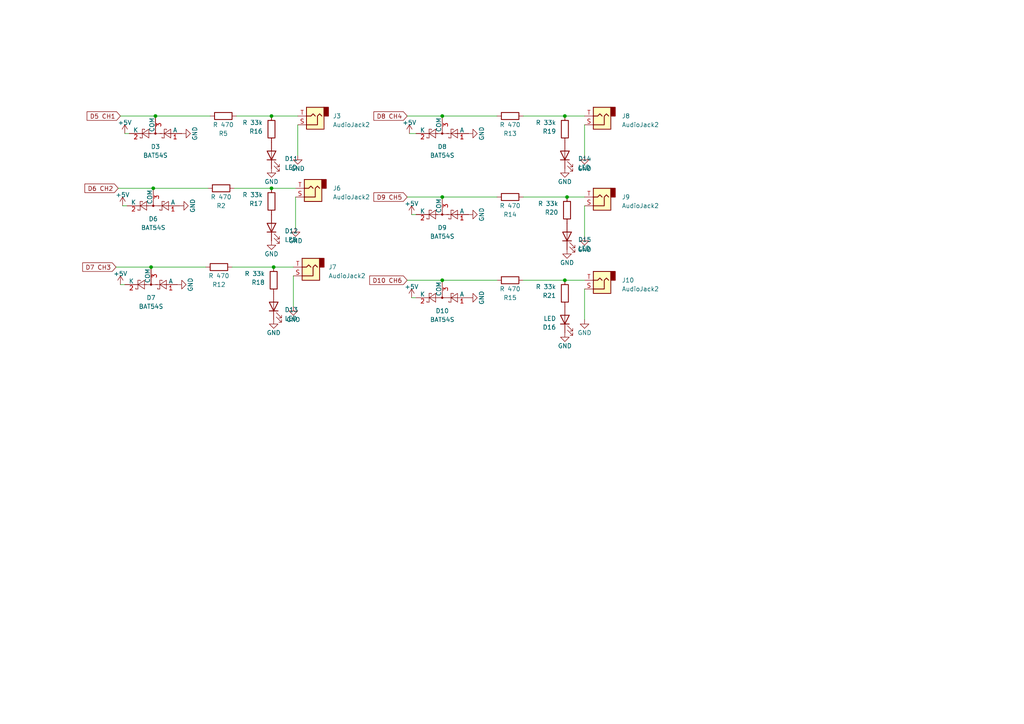
<source format=kicad_sch>
(kicad_sch
	(version 20231120)
	(generator "eeschema")
	(generator_version "8.0")
	(uuid "0ac154ca-c8d4-4bf2-a5c6-94b701624594")
	(paper "A4")
	(lib_symbols
		(symbol "Connector_Audio:AudioJack2"
			(exclude_from_sim no)
			(in_bom yes)
			(on_board yes)
			(property "Reference" "J"
				(at 0 8.89 0)
				(effects
					(font
						(size 1.27 1.27)
					)
				)
			)
			(property "Value" "AudioJack2"
				(at 0 6.35 0)
				(effects
					(font
						(size 1.27 1.27)
					)
				)
			)
			(property "Footprint" ""
				(at 0 0 0)
				(effects
					(font
						(size 1.27 1.27)
					)
					(hide yes)
				)
			)
			(property "Datasheet" "~"
				(at 0 0 0)
				(effects
					(font
						(size 1.27 1.27)
					)
					(hide yes)
				)
			)
			(property "Description" "Audio Jack, 2 Poles (Mono / TS)"
				(at 0 0 0)
				(effects
					(font
						(size 1.27 1.27)
					)
					(hide yes)
				)
			)
			(property "ki_keywords" "audio jack receptacle mono phone headphone TS connector"
				(at 0 0 0)
				(effects
					(font
						(size 1.27 1.27)
					)
					(hide yes)
				)
			)
			(property "ki_fp_filters" "Jack*"
				(at 0 0 0)
				(effects
					(font
						(size 1.27 1.27)
					)
					(hide yes)
				)
			)
			(symbol "AudioJack2_0_1"
				(rectangle
					(start -3.81 0)
					(end -2.54 -2.54)
					(stroke
						(width 0.254)
						(type default)
					)
					(fill
						(type outline)
					)
				)
				(rectangle
					(start -2.54 3.81)
					(end 2.54 -2.54)
					(stroke
						(width 0.254)
						(type default)
					)
					(fill
						(type background)
					)
				)
				(polyline
					(pts
						(xy 0 0) (xy 0.635 -0.635) (xy 1.27 0) (xy 2.54 0)
					)
					(stroke
						(width 0.254)
						(type default)
					)
					(fill
						(type none)
					)
				)
				(polyline
					(pts
						(xy 2.54 2.54) (xy -0.635 2.54) (xy -0.635 0) (xy -1.27 -0.635) (xy -1.905 0)
					)
					(stroke
						(width 0.254)
						(type default)
					)
					(fill
						(type none)
					)
				)
			)
			(symbol "AudioJack2_1_1"
				(pin passive line
					(at 5.08 2.54 180)
					(length 2.54)
					(name "~"
						(effects
							(font
								(size 1.27 1.27)
							)
						)
					)
					(number "S"
						(effects
							(font
								(size 1.27 1.27)
							)
						)
					)
				)
				(pin passive line
					(at 5.08 0 180)
					(length 2.54)
					(name "~"
						(effects
							(font
								(size 1.27 1.27)
							)
						)
					)
					(number "T"
						(effects
							(font
								(size 1.27 1.27)
							)
						)
					)
				)
			)
		)
		(symbol "Device:LED"
			(pin_numbers hide)
			(pin_names
				(offset 1.016) hide)
			(exclude_from_sim no)
			(in_bom yes)
			(on_board yes)
			(property "Reference" "D"
				(at 0 2.54 0)
				(effects
					(font
						(size 1.27 1.27)
					)
				)
			)
			(property "Value" "LED"
				(at 0 -2.54 0)
				(effects
					(font
						(size 1.27 1.27)
					)
				)
			)
			(property "Footprint" ""
				(at 0 0 0)
				(effects
					(font
						(size 1.27 1.27)
					)
					(hide yes)
				)
			)
			(property "Datasheet" "~"
				(at 0 0 0)
				(effects
					(font
						(size 1.27 1.27)
					)
					(hide yes)
				)
			)
			(property "Description" "Light emitting diode"
				(at 0 0 0)
				(effects
					(font
						(size 1.27 1.27)
					)
					(hide yes)
				)
			)
			(property "ki_keywords" "LED diode"
				(at 0 0 0)
				(effects
					(font
						(size 1.27 1.27)
					)
					(hide yes)
				)
			)
			(property "ki_fp_filters" "LED* LED_SMD:* LED_THT:*"
				(at 0 0 0)
				(effects
					(font
						(size 1.27 1.27)
					)
					(hide yes)
				)
			)
			(symbol "LED_0_1"
				(polyline
					(pts
						(xy -1.27 -1.27) (xy -1.27 1.27)
					)
					(stroke
						(width 0.254)
						(type default)
					)
					(fill
						(type none)
					)
				)
				(polyline
					(pts
						(xy -1.27 0) (xy 1.27 0)
					)
					(stroke
						(width 0)
						(type default)
					)
					(fill
						(type none)
					)
				)
				(polyline
					(pts
						(xy 1.27 -1.27) (xy 1.27 1.27) (xy -1.27 0) (xy 1.27 -1.27)
					)
					(stroke
						(width 0.254)
						(type default)
					)
					(fill
						(type none)
					)
				)
				(polyline
					(pts
						(xy -3.048 -0.762) (xy -4.572 -2.286) (xy -3.81 -2.286) (xy -4.572 -2.286) (xy -4.572 -1.524)
					)
					(stroke
						(width 0)
						(type default)
					)
					(fill
						(type none)
					)
				)
				(polyline
					(pts
						(xy -1.778 -0.762) (xy -3.302 -2.286) (xy -2.54 -2.286) (xy -3.302 -2.286) (xy -3.302 -1.524)
					)
					(stroke
						(width 0)
						(type default)
					)
					(fill
						(type none)
					)
				)
			)
			(symbol "LED_1_1"
				(pin passive line
					(at -3.81 0 0)
					(length 2.54)
					(name "K"
						(effects
							(font
								(size 1.27 1.27)
							)
						)
					)
					(number "1"
						(effects
							(font
								(size 1.27 1.27)
							)
						)
					)
				)
				(pin passive line
					(at 3.81 0 180)
					(length 2.54)
					(name "A"
						(effects
							(font
								(size 1.27 1.27)
							)
						)
					)
					(number "2"
						(effects
							(font
								(size 1.27 1.27)
							)
						)
					)
				)
			)
		)
		(symbol "Device:R"
			(pin_numbers hide)
			(pin_names
				(offset 0)
			)
			(exclude_from_sim no)
			(in_bom yes)
			(on_board yes)
			(property "Reference" "R"
				(at 2.032 0 90)
				(effects
					(font
						(size 1.27 1.27)
					)
				)
			)
			(property "Value" "R"
				(at 0 0 90)
				(effects
					(font
						(size 1.27 1.27)
					)
				)
			)
			(property "Footprint" ""
				(at -1.778 0 90)
				(effects
					(font
						(size 1.27 1.27)
					)
					(hide yes)
				)
			)
			(property "Datasheet" "~"
				(at 0 0 0)
				(effects
					(font
						(size 1.27 1.27)
					)
					(hide yes)
				)
			)
			(property "Description" "Resistor"
				(at 0 0 0)
				(effects
					(font
						(size 1.27 1.27)
					)
					(hide yes)
				)
			)
			(property "ki_keywords" "R res resistor"
				(at 0 0 0)
				(effects
					(font
						(size 1.27 1.27)
					)
					(hide yes)
				)
			)
			(property "ki_fp_filters" "R_*"
				(at 0 0 0)
				(effects
					(font
						(size 1.27 1.27)
					)
					(hide yes)
				)
			)
			(symbol "R_0_1"
				(rectangle
					(start -1.016 -2.54)
					(end 1.016 2.54)
					(stroke
						(width 0.254)
						(type default)
					)
					(fill
						(type none)
					)
				)
			)
			(symbol "R_1_1"
				(pin passive line
					(at 0 3.81 270)
					(length 1.27)
					(name "~"
						(effects
							(font
								(size 1.27 1.27)
							)
						)
					)
					(number "1"
						(effects
							(font
								(size 1.27 1.27)
							)
						)
					)
				)
				(pin passive line
					(at 0 -3.81 90)
					(length 1.27)
					(name "~"
						(effects
							(font
								(size 1.27 1.27)
							)
						)
					)
					(number "2"
						(effects
							(font
								(size 1.27 1.27)
							)
						)
					)
				)
			)
		)
		(symbol "Diode:BAT54S"
			(pin_names
				(offset 0)
			)
			(exclude_from_sim no)
			(in_bom yes)
			(on_board yes)
			(property "Reference" "D"
				(at 2.54 -5.08 0)
				(effects
					(font
						(size 1.27 1.27)
					)
					(justify left)
				)
			)
			(property "Value" "BAT54S"
				(at -6.35 3.175 0)
				(effects
					(font
						(size 1.27 1.27)
					)
					(justify left)
				)
			)
			(property "Footprint" "Package_TO_SOT_SMD:SOT-23"
				(at 1.905 3.175 0)
				(effects
					(font
						(size 1.27 1.27)
					)
					(justify left)
					(hide yes)
				)
			)
			(property "Datasheet" "https://www.diodes.com/assets/Datasheets/ds11005.pdf"
				(at -3.048 0 0)
				(effects
					(font
						(size 1.27 1.27)
					)
					(hide yes)
				)
			)
			(property "Description" "Vr 30V, If 200mA, Dual schottky barrier diode, in series, SOT-323"
				(at 0 0 0)
				(effects
					(font
						(size 1.27 1.27)
					)
					(hide yes)
				)
			)
			(property "ki_keywords" "schottky diode"
				(at 0 0 0)
				(effects
					(font
						(size 1.27 1.27)
					)
					(hide yes)
				)
			)
			(property "ki_fp_filters" "SOT?23*"
				(at 0 0 0)
				(effects
					(font
						(size 1.27 1.27)
					)
					(hide yes)
				)
			)
			(symbol "BAT54S_0_1"
				(polyline
					(pts
						(xy -3.81 0) (xy -1.27 0)
					)
					(stroke
						(width 0)
						(type default)
					)
					(fill
						(type none)
					)
				)
				(polyline
					(pts
						(xy -3.175 -1.27) (xy -3.175 -1.016)
					)
					(stroke
						(width 0)
						(type default)
					)
					(fill
						(type none)
					)
				)
				(polyline
					(pts
						(xy -2.54 -1.27) (xy -3.175 -1.27)
					)
					(stroke
						(width 0)
						(type default)
					)
					(fill
						(type none)
					)
				)
				(polyline
					(pts
						(xy -2.54 -1.27) (xy -2.54 1.27)
					)
					(stroke
						(width 0)
						(type default)
					)
					(fill
						(type none)
					)
				)
				(polyline
					(pts
						(xy -2.54 1.27) (xy -1.905 1.27)
					)
					(stroke
						(width 0)
						(type default)
					)
					(fill
						(type none)
					)
				)
				(polyline
					(pts
						(xy -1.905 0) (xy 1.905 0)
					)
					(stroke
						(width 0)
						(type default)
					)
					(fill
						(type none)
					)
				)
				(polyline
					(pts
						(xy -1.905 1.27) (xy -1.905 1.016)
					)
					(stroke
						(width 0)
						(type default)
					)
					(fill
						(type none)
					)
				)
				(polyline
					(pts
						(xy 1.27 0) (xy 3.81 0)
					)
					(stroke
						(width 0)
						(type default)
					)
					(fill
						(type none)
					)
				)
				(polyline
					(pts
						(xy 3.175 -1.27) (xy 3.175 -1.016)
					)
					(stroke
						(width 0)
						(type default)
					)
					(fill
						(type none)
					)
				)
				(polyline
					(pts
						(xy 3.81 -1.27) (xy 3.175 -1.27)
					)
					(stroke
						(width 0)
						(type default)
					)
					(fill
						(type none)
					)
				)
				(polyline
					(pts
						(xy 3.81 -1.27) (xy 3.81 1.27)
					)
					(stroke
						(width 0)
						(type default)
					)
					(fill
						(type none)
					)
				)
				(polyline
					(pts
						(xy 3.81 1.27) (xy 4.445 1.27)
					)
					(stroke
						(width 0)
						(type default)
					)
					(fill
						(type none)
					)
				)
				(polyline
					(pts
						(xy 4.445 1.27) (xy 4.445 1.016)
					)
					(stroke
						(width 0)
						(type default)
					)
					(fill
						(type none)
					)
				)
				(polyline
					(pts
						(xy -4.445 1.27) (xy -4.445 -1.27) (xy -2.54 0) (xy -4.445 1.27)
					)
					(stroke
						(width 0)
						(type default)
					)
					(fill
						(type none)
					)
				)
				(polyline
					(pts
						(xy 1.905 1.27) (xy 1.905 -1.27) (xy 3.81 0) (xy 1.905 1.27)
					)
					(stroke
						(width 0)
						(type default)
					)
					(fill
						(type none)
					)
				)
				(circle
					(center 0 0)
					(radius 0.254)
					(stroke
						(width 0)
						(type default)
					)
					(fill
						(type outline)
					)
				)
			)
			(symbol "BAT54S_1_1"
				(pin passive line
					(at -7.62 0 0)
					(length 3.81)
					(name "A"
						(effects
							(font
								(size 1.27 1.27)
							)
						)
					)
					(number "1"
						(effects
							(font
								(size 1.27 1.27)
							)
						)
					)
				)
				(pin passive line
					(at 7.62 0 180)
					(length 3.81)
					(name "K"
						(effects
							(font
								(size 1.27 1.27)
							)
						)
					)
					(number "2"
						(effects
							(font
								(size 1.27 1.27)
							)
						)
					)
				)
				(pin passive line
					(at 0 -5.08 90)
					(length 5.08)
					(name "COM"
						(effects
							(font
								(size 1.27 1.27)
							)
						)
					)
					(number "3"
						(effects
							(font
								(size 1.27 1.27)
							)
						)
					)
				)
			)
		)
		(symbol "power:+5V"
			(power)
			(pin_names
				(offset 0)
			)
			(exclude_from_sim no)
			(in_bom yes)
			(on_board yes)
			(property "Reference" "#PWR"
				(at 0 -3.81 0)
				(effects
					(font
						(size 1.27 1.27)
					)
					(hide yes)
				)
			)
			(property "Value" "+5V"
				(at 0 3.556 0)
				(effects
					(font
						(size 1.27 1.27)
					)
				)
			)
			(property "Footprint" ""
				(at 0 0 0)
				(effects
					(font
						(size 1.27 1.27)
					)
					(hide yes)
				)
			)
			(property "Datasheet" ""
				(at 0 0 0)
				(effects
					(font
						(size 1.27 1.27)
					)
					(hide yes)
				)
			)
			(property "Description" "Power symbol creates a global label with name \"+5V\""
				(at 0 0 0)
				(effects
					(font
						(size 1.27 1.27)
					)
					(hide yes)
				)
			)
			(property "ki_keywords" "global power"
				(at 0 0 0)
				(effects
					(font
						(size 1.27 1.27)
					)
					(hide yes)
				)
			)
			(symbol "+5V_0_1"
				(polyline
					(pts
						(xy -0.762 1.27) (xy 0 2.54)
					)
					(stroke
						(width 0)
						(type default)
					)
					(fill
						(type none)
					)
				)
				(polyline
					(pts
						(xy 0 0) (xy 0 2.54)
					)
					(stroke
						(width 0)
						(type default)
					)
					(fill
						(type none)
					)
				)
				(polyline
					(pts
						(xy 0 2.54) (xy 0.762 1.27)
					)
					(stroke
						(width 0)
						(type default)
					)
					(fill
						(type none)
					)
				)
			)
			(symbol "+5V_1_1"
				(pin power_in line
					(at 0 0 90)
					(length 0) hide
					(name "+5V"
						(effects
							(font
								(size 1.27 1.27)
							)
						)
					)
					(number "1"
						(effects
							(font
								(size 1.27 1.27)
							)
						)
					)
				)
			)
		)
		(symbol "power:GND"
			(power)
			(pin_names
				(offset 0)
			)
			(exclude_from_sim no)
			(in_bom yes)
			(on_board yes)
			(property "Reference" "#PWR"
				(at 0 -6.35 0)
				(effects
					(font
						(size 1.27 1.27)
					)
					(hide yes)
				)
			)
			(property "Value" "GND"
				(at 0 -3.81 0)
				(effects
					(font
						(size 1.27 1.27)
					)
				)
			)
			(property "Footprint" ""
				(at 0 0 0)
				(effects
					(font
						(size 1.27 1.27)
					)
					(hide yes)
				)
			)
			(property "Datasheet" ""
				(at 0 0 0)
				(effects
					(font
						(size 1.27 1.27)
					)
					(hide yes)
				)
			)
			(property "Description" "Power symbol creates a global label with name \"GND\" , ground"
				(at 0 0 0)
				(effects
					(font
						(size 1.27 1.27)
					)
					(hide yes)
				)
			)
			(property "ki_keywords" "global power"
				(at 0 0 0)
				(effects
					(font
						(size 1.27 1.27)
					)
					(hide yes)
				)
			)
			(symbol "GND_0_1"
				(polyline
					(pts
						(xy 0 0) (xy 0 -1.27) (xy 1.27 -1.27) (xy 0 -2.54) (xy -1.27 -1.27) (xy 0 -1.27)
					)
					(stroke
						(width 0)
						(type default)
					)
					(fill
						(type none)
					)
				)
			)
			(symbol "GND_1_1"
				(pin power_in line
					(at 0 0 270)
					(length 0) hide
					(name "GND"
						(effects
							(font
								(size 1.27 1.27)
							)
						)
					)
					(number "1"
						(effects
							(font
								(size 1.27 1.27)
							)
						)
					)
				)
			)
		)
	)
	(junction
		(at 163.83 81.28)
		(diameter 0)
		(color 0 0 0 0)
		(uuid "30fb5965-3622-4d5f-9e8e-0afd050272ca")
	)
	(junction
		(at 128.27 81.28)
		(diameter 0)
		(color 0 0 0 0)
		(uuid "402bd2bd-6cf2-45ba-aaef-7df48ae37cdb")
	)
	(junction
		(at 43.815 77.47)
		(diameter 0)
		(color 0 0 0 0)
		(uuid "41c1f7f9-4bdd-4505-b8e5-db33dcfeb481")
	)
	(junction
		(at 164.465 57.15)
		(diameter 0)
		(color 0 0 0 0)
		(uuid "4a2e9a6f-cf0e-4a86-8cfd-6d6cae937b32")
	)
	(junction
		(at 44.45 54.61)
		(diameter 0)
		(color 0 0 0 0)
		(uuid "4ecfaf28-6265-4756-a0b1-78d31de41498")
	)
	(junction
		(at 79.375 77.47)
		(diameter 0)
		(color 0 0 0 0)
		(uuid "7b0c771e-c61d-4773-842b-6975bea5ad2b")
	)
	(junction
		(at 45.085 33.655)
		(diameter 0)
		(color 0 0 0 0)
		(uuid "b8d09492-e48c-4b65-a74f-a8fe831c3a85")
	)
	(junction
		(at 163.83 33.655)
		(diameter 0)
		(color 0 0 0 0)
		(uuid "bc813ff6-bffb-4b86-afee-0018c065664b")
	)
	(junction
		(at 128.27 33.655)
		(diameter 0)
		(color 0 0 0 0)
		(uuid "ce36fc40-d22d-4239-a039-0ccdf72a0e82")
	)
	(junction
		(at 78.74 54.61)
		(diameter 0)
		(color 0 0 0 0)
		(uuid "e747ea0c-c82d-4ab0-babd-210dc0e079ce")
	)
	(junction
		(at 128.27 57.15)
		(diameter 0)
		(color 0 0 0 0)
		(uuid "e8875925-79ad-4cd6-8243-e4c4856afa3e")
	)
	(junction
		(at 78.74 33.655)
		(diameter 0)
		(color 0 0 0 0)
		(uuid "f67ff302-c6ab-4fc4-8f6c-0803f443463e")
	)
	(wire
		(pts
			(xy 86.36 36.195) (xy 86.36 45.085)
		)
		(stroke
			(width 0)
			(type default)
		)
		(uuid "0b0def14-1c10-468b-8ab3-549f4a896965")
	)
	(wire
		(pts
			(xy 118.11 57.15) (xy 128.27 57.15)
		)
		(stroke
			(width 0)
			(type default)
		)
		(uuid "12580b5d-c955-4829-b31d-c97e232feca4")
	)
	(wire
		(pts
			(xy 44.45 54.61) (xy 60.325 54.61)
		)
		(stroke
			(width 0)
			(type default)
		)
		(uuid "1efd530d-4297-412d-b8d9-5ff5199f8503")
	)
	(wire
		(pts
			(xy 163.83 33.655) (xy 169.545 33.655)
		)
		(stroke
			(width 0)
			(type default)
		)
		(uuid "21dda177-f403-4ae1-932a-0b745e43f376")
	)
	(wire
		(pts
			(xy 36.195 38.735) (xy 37.465 38.735)
		)
		(stroke
			(width 0)
			(type default)
		)
		(uuid "22d34517-0d5e-4c2b-98f5-cc947e757660")
	)
	(wire
		(pts
			(xy 78.74 54.61) (xy 85.725 54.61)
		)
		(stroke
			(width 0)
			(type default)
		)
		(uuid "231d41c1-4389-4a9d-9b48-279c7a5932f8")
	)
	(wire
		(pts
			(xy 43.815 77.47) (xy 59.69 77.47)
		)
		(stroke
			(width 0)
			(type default)
		)
		(uuid "26cf126a-1ad1-4724-84a1-3da28a063916")
	)
	(wire
		(pts
			(xy 119.38 62.23) (xy 120.65 62.23)
		)
		(stroke
			(width 0)
			(type default)
		)
		(uuid "28ee9bba-bac1-448b-8ed7-9752fcb09b63")
	)
	(wire
		(pts
			(xy 118.745 38.735) (xy 120.65 38.735)
		)
		(stroke
			(width 0)
			(type default)
		)
		(uuid "3049e736-8380-4d18-bc7d-a5fb8ccff509")
	)
	(wire
		(pts
			(xy 85.725 57.15) (xy 85.725 66.04)
		)
		(stroke
			(width 0)
			(type default)
		)
		(uuid "3c00b3da-1169-401c-8d11-022983d71c81")
	)
	(wire
		(pts
			(xy 128.27 33.655) (xy 144.145 33.655)
		)
		(stroke
			(width 0)
			(type default)
		)
		(uuid "44c1bd0b-0eb6-4145-aeab-5aba2bf00140")
	)
	(wire
		(pts
			(xy 79.375 77.47) (xy 85.09 77.47)
		)
		(stroke
			(width 0)
			(type default)
		)
		(uuid "4545fd49-53a0-4043-8c4c-52dd595ad652")
	)
	(wire
		(pts
			(xy 128.27 57.15) (xy 144.145 57.15)
		)
		(stroke
			(width 0)
			(type default)
		)
		(uuid "59718c66-f312-44bf-9042-aeabd881ebff")
	)
	(wire
		(pts
			(xy 78.74 33.655) (xy 86.36 33.655)
		)
		(stroke
			(width 0)
			(type default)
		)
		(uuid "5fbcd03a-a230-48ec-826e-8049369d7180")
	)
	(wire
		(pts
			(xy 169.545 59.69) (xy 169.545 68.58)
		)
		(stroke
			(width 0)
			(type default)
		)
		(uuid "6463bfa6-5283-4dd6-9dd8-ad456973137a")
	)
	(wire
		(pts
			(xy 119.38 86.36) (xy 120.65 86.36)
		)
		(stroke
			(width 0)
			(type default)
		)
		(uuid "64698454-638a-462c-9b3b-1ca943f212e2")
	)
	(wire
		(pts
			(xy 34.29 54.61) (xy 44.45 54.61)
		)
		(stroke
			(width 0)
			(type default)
		)
		(uuid "6a45adcc-9214-42be-8325-fcd23648302b")
	)
	(wire
		(pts
			(xy 163.83 81.28) (xy 169.545 81.28)
		)
		(stroke
			(width 0)
			(type default)
		)
		(uuid "6aacdb36-2e75-4333-a253-f5b099788360")
	)
	(wire
		(pts
			(xy 164.465 57.15) (xy 169.545 57.15)
		)
		(stroke
			(width 0)
			(type default)
		)
		(uuid "6f71e16b-cee2-4ad1-870a-a0021ebabd6b")
	)
	(wire
		(pts
			(xy 68.58 33.655) (xy 78.74 33.655)
		)
		(stroke
			(width 0)
			(type default)
		)
		(uuid "797d436b-288f-4300-a111-7bea933c6962")
	)
	(wire
		(pts
			(xy 118.11 33.655) (xy 128.27 33.655)
		)
		(stroke
			(width 0)
			(type default)
		)
		(uuid "860f2eb2-afd0-4fd0-a28e-ed646f981b9c")
	)
	(wire
		(pts
			(xy 85.09 80.01) (xy 85.09 88.9)
		)
		(stroke
			(width 0)
			(type default)
		)
		(uuid "8f0b662c-70b3-4462-93a5-6cf9579ded0c")
	)
	(wire
		(pts
			(xy 34.925 33.655) (xy 45.085 33.655)
		)
		(stroke
			(width 0)
			(type default)
		)
		(uuid "9463878c-3507-4b45-803a-2c6c131622ed")
	)
	(wire
		(pts
			(xy 151.765 81.28) (xy 163.83 81.28)
		)
		(stroke
			(width 0)
			(type default)
		)
		(uuid "9567ae9b-838c-4194-ade1-4b3be555771e")
	)
	(wire
		(pts
			(xy 33.655 77.47) (xy 43.815 77.47)
		)
		(stroke
			(width 0)
			(type default)
		)
		(uuid "959b4dba-ed8c-4915-8c7e-5971ccd326a7")
	)
	(wire
		(pts
			(xy 151.765 57.15) (xy 164.465 57.15)
		)
		(stroke
			(width 0)
			(type default)
		)
		(uuid "a18bb119-4c46-4b86-814c-7f1fb5114a74")
	)
	(wire
		(pts
			(xy 151.765 33.655) (xy 163.83 33.655)
		)
		(stroke
			(width 0)
			(type default)
		)
		(uuid "a2634075-781a-4579-ad88-e77e730f107b")
	)
	(wire
		(pts
			(xy 45.085 33.655) (xy 60.96 33.655)
		)
		(stroke
			(width 0)
			(type default)
		)
		(uuid "a7869cea-e918-4d1a-8483-a483dbe3cc72")
	)
	(wire
		(pts
			(xy 34.925 82.55) (xy 36.195 82.55)
		)
		(stroke
			(width 0)
			(type default)
		)
		(uuid "ba90fa7b-5c06-44e1-9a58-c7cf7ba5e9c6")
	)
	(wire
		(pts
			(xy 67.31 77.47) (xy 79.375 77.47)
		)
		(stroke
			(width 0)
			(type default)
		)
		(uuid "bdf7b478-f912-417e-afc2-5d8a81697b22")
	)
	(wire
		(pts
			(xy 35.56 59.69) (xy 36.83 59.69)
		)
		(stroke
			(width 0)
			(type default)
		)
		(uuid "c891f392-a4e4-4623-9944-34198bec6ea0")
	)
	(wire
		(pts
			(xy 118.11 81.28) (xy 128.27 81.28)
		)
		(stroke
			(width 0)
			(type default)
		)
		(uuid "d983f10b-ad99-4866-ae7f-1788cc6945dc")
	)
	(wire
		(pts
			(xy 128.27 81.28) (xy 144.145 81.28)
		)
		(stroke
			(width 0)
			(type default)
		)
		(uuid "da5a2325-1459-463f-bf26-e788b82cdb44")
	)
	(wire
		(pts
			(xy 169.545 36.195) (xy 169.545 45.085)
		)
		(stroke
			(width 0)
			(type default)
		)
		(uuid "ef58e5cf-d155-4ae8-bbc9-9f10db83e291")
	)
	(wire
		(pts
			(xy 67.945 54.61) (xy 78.74 54.61)
		)
		(stroke
			(width 0)
			(type default)
		)
		(uuid "f9fa1342-73e0-4aba-b6e0-490c7d9a0674")
	)
	(wire
		(pts
			(xy 169.545 83.82) (xy 169.545 92.71)
		)
		(stroke
			(width 0)
			(type default)
		)
		(uuid "fb4c6097-a57d-4563-bc95-115d3d1213b4")
	)
	(global_label "D5 CH1"
		(shape input)
		(at 34.925 33.655 180)
		(fields_autoplaced yes)
		(effects
			(font
				(size 1.27 1.27)
			)
			(justify right)
		)
		(uuid "261bf199-35f1-40be-a96c-168ca8412cdf")
		(property "Intersheetrefs" "${INTERSHEET_REFS}"
			(at 24.7621 33.655 0)
			(effects
				(font
					(size 1.27 1.27)
				)
				(justify right)
				(hide yes)
			)
		)
	)
	(global_label "D6 CH2"
		(shape input)
		(at 34.29 54.61 180)
		(fields_autoplaced yes)
		(effects
			(font
				(size 1.27 1.27)
			)
			(justify right)
		)
		(uuid "3717b476-3fc7-4c2f-ac37-382fcaee0f82")
		(property "Intersheetrefs" "${INTERSHEET_REFS}"
			(at 24.1271 54.61 0)
			(effects
				(font
					(size 1.27 1.27)
				)
				(justify right)
				(hide yes)
			)
		)
	)
	(global_label "D10 CH6"
		(shape input)
		(at 118.11 81.28 180)
		(fields_autoplaced yes)
		(effects
			(font
				(size 1.27 1.27)
			)
			(justify right)
		)
		(uuid "4d84a968-8193-4574-b7b3-3c21f064ec36")
		(property "Intersheetrefs" "${INTERSHEET_REFS}"
			(at 106.7376 81.28 0)
			(effects
				(font
					(size 1.27 1.27)
				)
				(justify right)
				(hide yes)
			)
		)
	)
	(global_label "D7 CH3"
		(shape input)
		(at 33.655 77.47 180)
		(fields_autoplaced yes)
		(effects
			(font
				(size 1.27 1.27)
			)
			(justify right)
		)
		(uuid "bd0d52de-c2da-4708-8ed5-952e4f55db6f")
		(property "Intersheetrefs" "${INTERSHEET_REFS}"
			(at 23.4921 77.47 0)
			(effects
				(font
					(size 1.27 1.27)
				)
				(justify right)
				(hide yes)
			)
		)
	)
	(global_label "D9 CH5"
		(shape input)
		(at 118.11 57.15 180)
		(fields_autoplaced yes)
		(effects
			(font
				(size 1.27 1.27)
			)
			(justify right)
		)
		(uuid "c99b9e29-bf51-4572-b982-0012946c7c04")
		(property "Intersheetrefs" "${INTERSHEET_REFS}"
			(at 107.9471 57.15 0)
			(effects
				(font
					(size 1.27 1.27)
				)
				(justify right)
				(hide yes)
			)
		)
	)
	(global_label "D8 CH4"
		(shape input)
		(at 118.11 33.655 180)
		(fields_autoplaced yes)
		(effects
			(font
				(size 1.27 1.27)
			)
			(justify right)
		)
		(uuid "fa1b7003-b9b5-4909-9380-0516cd01b9a4")
		(property "Intersheetrefs" "${INTERSHEET_REFS}"
			(at 107.9471 33.655 0)
			(effects
				(font
					(size 1.27 1.27)
				)
				(justify right)
				(hide yes)
			)
		)
	)
	(symbol
		(lib_id "Diode:BAT54S")
		(at 43.815 82.55 180)
		(unit 1)
		(exclude_from_sim no)
		(in_bom yes)
		(on_board yes)
		(dnp no)
		(fields_autoplaced yes)
		(uuid "0284e70e-989e-41c1-b97a-92827c968b91")
		(property "Reference" "D7"
			(at 43.815 86.36 0)
			(effects
				(font
					(size 1.27 1.27)
				)
			)
		)
		(property "Value" "BAT54S"
			(at 43.815 88.9 0)
			(effects
				(font
					(size 1.27 1.27)
				)
			)
		)
		(property "Footprint" "Package_TO_SOT_SMD:SOT-23"
			(at 41.91 85.725 0)
			(effects
				(font
					(size 1.27 1.27)
				)
				(justify left)
				(hide yes)
			)
		)
		(property "Datasheet" "https://www.diodes.com/assets/Datasheets/ds11005.pdf"
			(at 46.863 82.55 0)
			(effects
				(font
					(size 1.27 1.27)
				)
				(hide yes)
			)
		)
		(property "Description" ""
			(at 43.815 82.55 0)
			(effects
				(font
					(size 1.27 1.27)
				)
				(hide yes)
			)
		)
		(property "LCSC" "C916425"
			(at 43.815 82.55 0)
			(effects
				(font
					(size 1.27 1.27)
				)
				(hide yes)
			)
		)
		(pin "1"
			(uuid "6951f27a-007c-47b6-adc5-e8c716c99366")
		)
		(pin "2"
			(uuid "41ff7e95-dda4-4ff5-9e77-e03375fc9c37")
		)
		(pin "3"
			(uuid "2e441e6f-dee3-4106-8bce-15ad98fa44f3")
		)
		(instances
			(project "main"
				(path "/a7625807-13bd-43f0-b3ba-1a42b486b59e"
					(reference "D7")
					(unit 1)
				)
				(path "/a7625807-13bd-43f0-b3ba-1a42b486b59e/2a80ccb3-8a0e-485a-adea-ef08dfc043b2"
					(reference "D6")
					(unit 1)
				)
			)
		)
	)
	(symbol
		(lib_id "Device:R")
		(at 147.955 81.28 270)
		(unit 1)
		(exclude_from_sim no)
		(in_bom yes)
		(on_board yes)
		(dnp no)
		(fields_autoplaced yes)
		(uuid "045c3d0d-96c4-4d8f-ac6b-8a30babdb763")
		(property "Reference" "R15"
			(at 147.955 86.36 90)
			(effects
				(font
					(size 1.27 1.27)
				)
			)
		)
		(property "Value" "R 470"
			(at 147.955 83.82 90)
			(effects
				(font
					(size 1.27 1.27)
				)
			)
		)
		(property "Footprint" "Resistor_SMD:R_0603_1608Metric"
			(at 147.955 79.502 90)
			(effects
				(font
					(size 1.27 1.27)
				)
				(hide yes)
			)
		)
		(property "Datasheet" "~"
			(at 147.955 81.28 0)
			(effects
				(font
					(size 1.27 1.27)
				)
				(hide yes)
			)
		)
		(property "Description" ""
			(at 147.955 81.28 0)
			(effects
				(font
					(size 1.27 1.27)
				)
				(hide yes)
			)
		)
		(property "LCSC" "C17710"
			(at 147.955 81.28 0)
			(effects
				(font
					(size 1.27 1.27)
				)
				(hide yes)
			)
		)
		(pin "1"
			(uuid "acc8ff3d-4a3e-413c-b1fa-d22991449639")
		)
		(pin "2"
			(uuid "d92e6b6d-bea5-4bb5-bfe0-597297f03730")
		)
		(instances
			(project "main"
				(path "/a7625807-13bd-43f0-b3ba-1a42b486b59e"
					(reference "R15")
					(unit 1)
				)
				(path "/a7625807-13bd-43f0-b3ba-1a42b486b59e/2a80ccb3-8a0e-485a-adea-ef08dfc043b2"
					(reference "R15")
					(unit 1)
				)
			)
		)
	)
	(symbol
		(lib_id "Device:LED")
		(at 78.74 66.04 90)
		(unit 1)
		(exclude_from_sim no)
		(in_bom yes)
		(on_board yes)
		(dnp no)
		(fields_autoplaced yes)
		(uuid "0491f740-0b48-492f-80d3-e15554b82417")
		(property "Reference" "D12"
			(at 82.55 66.9925 90)
			(effects
				(font
					(size 1.27 1.27)
				)
				(justify right)
			)
		)
		(property "Value" "LED"
			(at 82.55 69.5325 90)
			(effects
				(font
					(size 1.27 1.27)
				)
				(justify right)
			)
		)
		(property "Footprint" "LED_THT:LED_D2.0mm_W4.0mm_H2.8mm_FlatTop"
			(at 78.74 66.04 0)
			(effects
				(font
					(size 1.27 1.27)
				)
				(hide yes)
			)
		)
		(property "Datasheet" "~"
			(at 78.74 66.04 0)
			(effects
				(font
					(size 1.27 1.27)
				)
				(hide yes)
			)
		)
		(property "Description" ""
			(at 78.74 66.04 0)
			(effects
				(font
					(size 1.27 1.27)
				)
				(hide yes)
			)
		)
		(property "LCSC" ""
			(at 78.74 66.04 0)
			(effects
				(font
					(size 1.27 1.27)
				)
				(hide yes)
			)
		)
		(pin "1"
			(uuid "2eb942e5-d59d-4c74-8f23-05be91a99999")
		)
		(pin "2"
			(uuid "e575113a-fbca-42ab-82cd-62567aef8ac1")
		)
		(instances
			(project "main"
				(path "/a7625807-13bd-43f0-b3ba-1a42b486b59e"
					(reference "D12")
					(unit 1)
				)
				(path "/a7625807-13bd-43f0-b3ba-1a42b486b59e/2a80ccb3-8a0e-485a-adea-ef08dfc043b2"
					(reference "D10")
					(unit 1)
				)
			)
		)
	)
	(symbol
		(lib_id "Device:R")
		(at 147.955 57.15 270)
		(unit 1)
		(exclude_from_sim no)
		(in_bom yes)
		(on_board yes)
		(dnp no)
		(fields_autoplaced yes)
		(uuid "04ffb2c1-2efa-4d04-993b-370857d882c8")
		(property "Reference" "R14"
			(at 147.955 62.23 90)
			(effects
				(font
					(size 1.27 1.27)
				)
			)
		)
		(property "Value" "R 470"
			(at 147.955 59.69 90)
			(effects
				(font
					(size 1.27 1.27)
				)
			)
		)
		(property "Footprint" "Resistor_SMD:R_0603_1608Metric"
			(at 147.955 55.372 90)
			(effects
				(font
					(size 1.27 1.27)
				)
				(hide yes)
			)
		)
		(property "Datasheet" "~"
			(at 147.955 57.15 0)
			(effects
				(font
					(size 1.27 1.27)
				)
				(hide yes)
			)
		)
		(property "Description" ""
			(at 147.955 57.15 0)
			(effects
				(font
					(size 1.27 1.27)
				)
				(hide yes)
			)
		)
		(property "LCSC" "C17710"
			(at 147.955 57.15 0)
			(effects
				(font
					(size 1.27 1.27)
				)
				(hide yes)
			)
		)
		(pin "1"
			(uuid "edc2b9a2-0977-4e8a-b872-66f7a6278a3a")
		)
		(pin "2"
			(uuid "fd73b21a-b682-46d9-952e-bbb4e47150c8")
		)
		(instances
			(project "main"
				(path "/a7625807-13bd-43f0-b3ba-1a42b486b59e"
					(reference "R14")
					(unit 1)
				)
				(path "/a7625807-13bd-43f0-b3ba-1a42b486b59e/2a80ccb3-8a0e-485a-adea-ef08dfc043b2"
					(reference "R14")
					(unit 1)
				)
			)
		)
	)
	(symbol
		(lib_id "Connector_Audio:AudioJack2")
		(at 174.625 33.655 180)
		(unit 1)
		(exclude_from_sim no)
		(in_bom yes)
		(on_board yes)
		(dnp no)
		(fields_autoplaced yes)
		(uuid "06389cd1-7a32-4579-8229-0d4981d1e21d")
		(property "Reference" "J8"
			(at 180.34 33.655 0)
			(effects
				(font
					(size 1.27 1.27)
				)
				(justify right)
			)
		)
		(property "Value" "AudioJack2"
			(at 180.34 36.195 0)
			(effects
				(font
					(size 1.27 1.27)
				)
				(justify right)
			)
		)
		(property "Footprint" "Connector_Audio:Jack_3.5mm_QingPu_WQP-PJ398SM_Vertical_CircularHoles"
			(at 174.625 33.655 0)
			(effects
				(font
					(size 1.27 1.27)
				)
				(hide yes)
			)
		)
		(property "Datasheet" "~"
			(at 174.625 33.655 0)
			(effects
				(font
					(size 1.27 1.27)
				)
				(hide yes)
			)
		)
		(property "Description" ""
			(at 174.625 33.655 0)
			(effects
				(font
					(size 1.27 1.27)
				)
				(hide yes)
			)
		)
		(property "LCSC" ""
			(at 174.625 33.655 0)
			(effects
				(font
					(size 1.27 1.27)
				)
				(hide yes)
			)
		)
		(pin "S"
			(uuid "52c9cb1a-2899-443b-bcd9-95b9def79e24")
		)
		(pin "T"
			(uuid "44bb7f77-eda6-414c-9ab6-0487b7a37042")
		)
		(instances
			(project "main"
				(path "/a7625807-13bd-43f0-b3ba-1a42b486b59e"
					(reference "J8")
					(unit 1)
				)
				(path "/a7625807-13bd-43f0-b3ba-1a42b486b59e/2a80ccb3-8a0e-485a-adea-ef08dfc043b2"
					(reference "J7")
					(unit 1)
				)
			)
		)
	)
	(symbol
		(lib_id "Connector_Audio:AudioJack2")
		(at 174.625 81.28 180)
		(unit 1)
		(exclude_from_sim no)
		(in_bom yes)
		(on_board yes)
		(dnp no)
		(fields_autoplaced yes)
		(uuid "0b65ec8e-ac6a-488d-aa9e-60cdc082c5b5")
		(property "Reference" "J10"
			(at 180.34 81.28 0)
			(effects
				(font
					(size 1.27 1.27)
				)
				(justify right)
			)
		)
		(property "Value" "AudioJack2"
			(at 180.34 83.82 0)
			(effects
				(font
					(size 1.27 1.27)
				)
				(justify right)
			)
		)
		(property "Footprint" "Connector_Audio:Jack_3.5mm_QingPu_WQP-PJ398SM_Vertical_CircularHoles"
			(at 174.625 81.28 0)
			(effects
				(font
					(size 1.27 1.27)
				)
				(hide yes)
			)
		)
		(property "Datasheet" "~"
			(at 174.625 81.28 0)
			(effects
				(font
					(size 1.27 1.27)
				)
				(hide yes)
			)
		)
		(property "Description" ""
			(at 174.625 81.28 0)
			(effects
				(font
					(size 1.27 1.27)
				)
				(hide yes)
			)
		)
		(property "LCSC" ""
			(at 174.625 81.28 0)
			(effects
				(font
					(size 1.27 1.27)
				)
				(hide yes)
			)
		)
		(pin "S"
			(uuid "0dc6248f-a0b7-4327-9ce1-5b0cc9ab97b4")
		)
		(pin "T"
			(uuid "524d3588-1f3b-40cd-bb18-8c46ddfefb0d")
		)
		(instances
			(project "main"
				(path "/a7625807-13bd-43f0-b3ba-1a42b486b59e"
					(reference "J10")
					(unit 1)
				)
				(path "/a7625807-13bd-43f0-b3ba-1a42b486b59e/2a80ccb3-8a0e-485a-adea-ef08dfc043b2"
					(reference "J9")
					(unit 1)
				)
			)
		)
	)
	(symbol
		(lib_id "power:+5V")
		(at 34.925 82.55 0)
		(unit 1)
		(exclude_from_sim no)
		(in_bom yes)
		(on_board yes)
		(dnp no)
		(fields_autoplaced yes)
		(uuid "0d96abd8-9a0e-46ea-b3c2-95bec28756ac")
		(property "Reference" "#PWR05"
			(at 34.925 86.36 0)
			(effects
				(font
					(size 1.27 1.27)
				)
				(hide yes)
			)
		)
		(property "Value" "+5V"
			(at 34.925 79.375 0)
			(effects
				(font
					(size 1.27 1.27)
				)
			)
		)
		(property "Footprint" ""
			(at 34.925 82.55 0)
			(effects
				(font
					(size 1.27 1.27)
				)
				(hide yes)
			)
		)
		(property "Datasheet" ""
			(at 34.925 82.55 0)
			(effects
				(font
					(size 1.27 1.27)
				)
				(hide yes)
			)
		)
		(property "Description" ""
			(at 34.925 82.55 0)
			(effects
				(font
					(size 1.27 1.27)
				)
				(hide yes)
			)
		)
		(pin "1"
			(uuid "de0044d0-16b1-48b3-8f0a-3d85ed294fdc")
		)
		(instances
			(project "main"
				(path "/a7625807-13bd-43f0-b3ba-1a42b486b59e/2a80ccb3-8a0e-485a-adea-ef08dfc043b2"
					(reference "#PWR05")
					(unit 1)
				)
				(path "/a7625807-13bd-43f0-b3ba-1a42b486b59e/fbd3d865-288f-4ad3-89ee-e3e0c1eda462"
					(reference "#PWR01")
					(unit 1)
				)
			)
		)
	)
	(symbol
		(lib_id "power:GND")
		(at 85.725 66.04 0)
		(unit 1)
		(exclude_from_sim no)
		(in_bom yes)
		(on_board yes)
		(dnp no)
		(fields_autoplaced yes)
		(uuid "0f7574a1-29c3-4de3-bad1-65c295f9e957")
		(property "Reference" "#PWR017"
			(at 85.725 72.39 0)
			(effects
				(font
					(size 1.27 1.27)
				)
				(hide yes)
			)
		)
		(property "Value" "GND"
			(at 85.725 69.85 0)
			(effects
				(font
					(size 1.27 1.27)
				)
			)
		)
		(property "Footprint" ""
			(at 85.725 66.04 0)
			(effects
				(font
					(size 1.27 1.27)
				)
				(hide yes)
			)
		)
		(property "Datasheet" ""
			(at 85.725 66.04 0)
			(effects
				(font
					(size 1.27 1.27)
				)
				(hide yes)
			)
		)
		(property "Description" ""
			(at 85.725 66.04 0)
			(effects
				(font
					(size 1.27 1.27)
				)
				(hide yes)
			)
		)
		(pin "1"
			(uuid "78bdc272-c48a-4783-8762-d699806c6093")
		)
		(instances
			(project "main"
				(path "/a7625807-13bd-43f0-b3ba-1a42b486b59e"
					(reference "#PWR017")
					(unit 1)
				)
				(path "/a7625807-13bd-43f0-b3ba-1a42b486b59e/2a80ccb3-8a0e-485a-adea-ef08dfc043b2"
					(reference "#PWR0136")
					(unit 1)
				)
			)
		)
	)
	(symbol
		(lib_id "Connector_Audio:AudioJack2")
		(at 174.625 57.15 180)
		(unit 1)
		(exclude_from_sim no)
		(in_bom yes)
		(on_board yes)
		(dnp no)
		(fields_autoplaced yes)
		(uuid "1cb025f1-d10b-47ca-8907-580beff73cae")
		(property "Reference" "J9"
			(at 180.34 57.15 0)
			(effects
				(font
					(size 1.27 1.27)
				)
				(justify right)
			)
		)
		(property "Value" "AudioJack2"
			(at 180.34 59.69 0)
			(effects
				(font
					(size 1.27 1.27)
				)
				(justify right)
			)
		)
		(property "Footprint" "Connector_Audio:Jack_3.5mm_QingPu_WQP-PJ398SM_Vertical_CircularHoles"
			(at 174.625 57.15 0)
			(effects
				(font
					(size 1.27 1.27)
				)
				(hide yes)
			)
		)
		(property "Datasheet" "~"
			(at 174.625 57.15 0)
			(effects
				(font
					(size 1.27 1.27)
				)
				(hide yes)
			)
		)
		(property "Description" ""
			(at 174.625 57.15 0)
			(effects
				(font
					(size 1.27 1.27)
				)
				(hide yes)
			)
		)
		(property "LCSC" ""
			(at 174.625 57.15 0)
			(effects
				(font
					(size 1.27 1.27)
				)
				(hide yes)
			)
		)
		(pin "S"
			(uuid "cf9eedd4-24d8-42db-8570-8f32ce3a868a")
		)
		(pin "T"
			(uuid "dab30f3f-4657-45fc-a8fb-ff69023c2db1")
		)
		(instances
			(project "main"
				(path "/a7625807-13bd-43f0-b3ba-1a42b486b59e"
					(reference "J9")
					(unit 1)
				)
				(path "/a7625807-13bd-43f0-b3ba-1a42b486b59e/2a80ccb3-8a0e-485a-adea-ef08dfc043b2"
					(reference "J8")
					(unit 1)
				)
			)
		)
	)
	(symbol
		(lib_id "Device:R")
		(at 163.83 85.09 0)
		(unit 1)
		(exclude_from_sim no)
		(in_bom yes)
		(on_board yes)
		(dnp no)
		(fields_autoplaced yes)
		(uuid "21a79d1f-1771-41ae-a97e-f54cb020ce2b")
		(property "Reference" "R21"
			(at 161.29 85.725 0)
			(effects
				(font
					(size 1.27 1.27)
				)
				(justify right)
			)
		)
		(property "Value" "R 33k"
			(at 161.29 83.185 0)
			(effects
				(font
					(size 1.27 1.27)
				)
				(justify right)
			)
		)
		(property "Footprint" "Resistor_SMD:R_0603_1608Metric"
			(at 162.052 85.09 90)
			(effects
				(font
					(size 1.27 1.27)
				)
				(hide yes)
			)
		)
		(property "Datasheet" "~"
			(at 163.83 85.09 0)
			(effects
				(font
					(size 1.27 1.27)
				)
				(hide yes)
			)
		)
		(property "Description" ""
			(at 163.83 85.09 0)
			(effects
				(font
					(size 1.27 1.27)
				)
				(hide yes)
			)
		)
		(property "LCSC" "C17633"
			(at 163.83 85.09 0)
			(effects
				(font
					(size 1.27 1.27)
				)
				(hide yes)
			)
		)
		(pin "1"
			(uuid "ec7d9de4-76fc-4429-801a-bdf33f40b77c")
		)
		(pin "2"
			(uuid "bbbf9423-4cbe-4779-991c-80762a54c460")
		)
		(instances
			(project "main"
				(path "/a7625807-13bd-43f0-b3ba-1a42b486b59e"
					(reference "R21")
					(unit 1)
				)
				(path "/a7625807-13bd-43f0-b3ba-1a42b486b59e/2a80ccb3-8a0e-485a-adea-ef08dfc043b2"
					(reference "R17")
					(unit 1)
				)
			)
		)
	)
	(symbol
		(lib_id "Diode:BAT54S")
		(at 128.27 62.23 180)
		(unit 1)
		(exclude_from_sim no)
		(in_bom yes)
		(on_board yes)
		(dnp no)
		(fields_autoplaced yes)
		(uuid "22338e47-5003-4697-98a0-d056caa9b558")
		(property "Reference" "D9"
			(at 128.27 66.04 0)
			(effects
				(font
					(size 1.27 1.27)
				)
			)
		)
		(property "Value" "BAT54S"
			(at 128.27 68.58 0)
			(effects
				(font
					(size 1.27 1.27)
				)
			)
		)
		(property "Footprint" "Package_TO_SOT_SMD:SOT-23"
			(at 126.365 65.405 0)
			(effects
				(font
					(size 1.27 1.27)
				)
				(justify left)
				(hide yes)
			)
		)
		(property "Datasheet" "https://www.diodes.com/assets/Datasheets/ds11005.pdf"
			(at 131.318 62.23 0)
			(effects
				(font
					(size 1.27 1.27)
				)
				(hide yes)
			)
		)
		(property "Description" ""
			(at 128.27 62.23 0)
			(effects
				(font
					(size 1.27 1.27)
				)
				(hide yes)
			)
		)
		(property "LCSC" "C916425"
			(at 128.27 62.23 0)
			(effects
				(font
					(size 1.27 1.27)
				)
				(hide yes)
			)
		)
		(pin "1"
			(uuid "f09749ab-c387-49a0-91b7-bf6d4b87b537")
		)
		(pin "2"
			(uuid "e39f1594-311f-4399-aa55-41ef490c7e3e")
		)
		(pin "3"
			(uuid "7d36c7df-dfd1-4a2d-81f5-c55f1cceee73")
		)
		(instances
			(project "main"
				(path "/a7625807-13bd-43f0-b3ba-1a42b486b59e"
					(reference "D9")
					(unit 1)
				)
				(path "/a7625807-13bd-43f0-b3ba-1a42b486b59e/2a80ccb3-8a0e-485a-adea-ef08dfc043b2"
					(reference "D13")
					(unit 1)
				)
			)
		)
	)
	(symbol
		(lib_id "Device:R")
		(at 64.135 54.61 270)
		(unit 1)
		(exclude_from_sim no)
		(in_bom yes)
		(on_board yes)
		(dnp no)
		(fields_autoplaced yes)
		(uuid "2c6d2698-7588-4fdc-95f4-0734ef1d51bb")
		(property "Reference" "R2"
			(at 64.135 59.69 90)
			(effects
				(font
					(size 1.27 1.27)
				)
			)
		)
		(property "Value" "R 470"
			(at 64.135 57.15 90)
			(effects
				(font
					(size 1.27 1.27)
				)
			)
		)
		(property "Footprint" "Resistor_SMD:R_0603_1608Metric"
			(at 64.135 52.832 90)
			(effects
				(font
					(size 1.27 1.27)
				)
				(hide yes)
			)
		)
		(property "Datasheet" "~"
			(at 64.135 54.61 0)
			(effects
				(font
					(size 1.27 1.27)
				)
				(hide yes)
			)
		)
		(property "Description" ""
			(at 64.135 54.61 0)
			(effects
				(font
					(size 1.27 1.27)
				)
				(hide yes)
			)
		)
		(property "LCSC" "C17710"
			(at 64.135 54.61 0)
			(effects
				(font
					(size 1.27 1.27)
				)
				(hide yes)
			)
		)
		(pin "1"
			(uuid "6f5b2f91-f638-4b2f-a9e9-8fd8d48ffe44")
		)
		(pin "2"
			(uuid "d575fe3e-b3ec-4b13-b50a-22ee73d5ce7b")
		)
		(instances
			(project "main"
				(path "/a7625807-13bd-43f0-b3ba-1a42b486b59e"
					(reference "R2")
					(unit 1)
				)
				(path "/a7625807-13bd-43f0-b3ba-1a42b486b59e/2a80ccb3-8a0e-485a-adea-ef08dfc043b2"
					(reference "R8")
					(unit 1)
				)
			)
		)
	)
	(symbol
		(lib_id "Device:LED")
		(at 163.83 45.085 90)
		(unit 1)
		(exclude_from_sim no)
		(in_bom yes)
		(on_board yes)
		(dnp no)
		(fields_autoplaced yes)
		(uuid "2d1657ce-0f12-45ec-9099-4bf26786e96a")
		(property "Reference" "D14"
			(at 167.64 46.0375 90)
			(effects
				(font
					(size 1.27 1.27)
				)
				(justify right)
			)
		)
		(property "Value" "LED"
			(at 167.64 48.5775 90)
			(effects
				(font
					(size 1.27 1.27)
				)
				(justify right)
			)
		)
		(property "Footprint" "LED_THT:LED_D2.0mm_W4.0mm_H2.8mm_FlatTop"
			(at 163.83 45.085 0)
			(effects
				(font
					(size 1.27 1.27)
				)
				(hide yes)
			)
		)
		(property "Datasheet" "~"
			(at 163.83 45.085 0)
			(effects
				(font
					(size 1.27 1.27)
				)
				(hide yes)
			)
		)
		(property "Description" ""
			(at 163.83 45.085 0)
			(effects
				(font
					(size 1.27 1.27)
				)
				(hide yes)
			)
		)
		(property "LCSC" ""
			(at 163.83 45.085 0)
			(effects
				(font
					(size 1.27 1.27)
				)
				(hide yes)
			)
		)
		(pin "1"
			(uuid "37867e94-50f3-4e0a-94d2-7f9f2c351dec")
		)
		(pin "2"
			(uuid "e91dc152-b2d6-4d42-a354-04d5a2f0115c")
		)
		(instances
			(project "main"
				(path "/a7625807-13bd-43f0-b3ba-1a42b486b59e"
					(reference "D14")
					(unit 1)
				)
				(path "/a7625807-13bd-43f0-b3ba-1a42b486b59e/2a80ccb3-8a0e-485a-adea-ef08dfc043b2"
					(reference "D15")
					(unit 1)
				)
			)
		)
	)
	(symbol
		(lib_id "Device:LED")
		(at 79.375 88.9 90)
		(unit 1)
		(exclude_from_sim no)
		(in_bom yes)
		(on_board yes)
		(dnp no)
		(fields_autoplaced yes)
		(uuid "36d9ae13-4b8a-4ec3-bfb4-504f34708b57")
		(property "Reference" "D13"
			(at 82.55 89.8525 90)
			(effects
				(font
					(size 1.27 1.27)
				)
				(justify right)
			)
		)
		(property "Value" "LED"
			(at 82.55 92.3925 90)
			(effects
				(font
					(size 1.27 1.27)
				)
				(justify right)
			)
		)
		(property "Footprint" "LED_THT:LED_D2.0mm_W4.0mm_H2.8mm_FlatTop"
			(at 79.375 88.9 0)
			(effects
				(font
					(size 1.27 1.27)
				)
				(hide yes)
			)
		)
		(property "Datasheet" "~"
			(at 79.375 88.9 0)
			(effects
				(font
					(size 1.27 1.27)
				)
				(hide yes)
			)
		)
		(property "Description" ""
			(at 79.375 88.9 0)
			(effects
				(font
					(size 1.27 1.27)
				)
				(hide yes)
			)
		)
		(property "LCSC" ""
			(at 79.375 88.9 0)
			(effects
				(font
					(size 1.27 1.27)
				)
				(hide yes)
			)
		)
		(pin "1"
			(uuid "3cd147af-cbc1-4741-b3f9-3374d8feb7f6")
		)
		(pin "2"
			(uuid "3da779a6-7621-4589-9839-9ddb4ca7aa58")
		)
		(instances
			(project "main"
				(path "/a7625807-13bd-43f0-b3ba-1a42b486b59e"
					(reference "D13")
					(unit 1)
				)
				(path "/a7625807-13bd-43f0-b3ba-1a42b486b59e/2a80ccb3-8a0e-485a-adea-ef08dfc043b2"
					(reference "D11")
					(unit 1)
				)
			)
		)
	)
	(symbol
		(lib_id "power:GND")
		(at 135.89 38.735 90)
		(unit 1)
		(exclude_from_sim no)
		(in_bom yes)
		(on_board yes)
		(dnp no)
		(fields_autoplaced yes)
		(uuid "3e7c11b1-a812-466d-9521-2051d8dcb86c")
		(property "Reference" "#PWR020"
			(at 142.24 38.735 0)
			(effects
				(font
					(size 1.27 1.27)
				)
				(hide yes)
			)
		)
		(property "Value" "GND"
			(at 139.7 38.735 0)
			(effects
				(font
					(size 1.27 1.27)
				)
			)
		)
		(property "Footprint" ""
			(at 135.89 38.735 0)
			(effects
				(font
					(size 1.27 1.27)
				)
				(hide yes)
			)
		)
		(property "Datasheet" ""
			(at 135.89 38.735 0)
			(effects
				(font
					(size 1.27 1.27)
				)
				(hide yes)
			)
		)
		(property "Description" ""
			(at 135.89 38.735 0)
			(effects
				(font
					(size 1.27 1.27)
				)
				(hide yes)
			)
		)
		(pin "1"
			(uuid "db26c550-4104-4bcf-a411-f22012df179b")
		)
		(instances
			(project "main"
				(path "/a7625807-13bd-43f0-b3ba-1a42b486b59e"
					(reference "#PWR020")
					(unit 1)
				)
				(path "/a7625807-13bd-43f0-b3ba-1a42b486b59e/2a80ccb3-8a0e-485a-adea-ef08dfc043b2"
					(reference "#PWR0130")
					(unit 1)
				)
			)
		)
	)
	(symbol
		(lib_id "power:GND")
		(at 135.89 62.23 90)
		(unit 1)
		(exclude_from_sim no)
		(in_bom yes)
		(on_board yes)
		(dnp no)
		(fields_autoplaced yes)
		(uuid "42a95c97-4385-4a09-9ea1-dc42a5771a73")
		(property "Reference" "#PWR027"
			(at 142.24 62.23 0)
			(effects
				(font
					(size 1.27 1.27)
				)
				(hide yes)
			)
		)
		(property "Value" "GND"
			(at 139.7 62.23 0)
			(effects
				(font
					(size 1.27 1.27)
				)
			)
		)
		(property "Footprint" ""
			(at 135.89 62.23 0)
			(effects
				(font
					(size 1.27 1.27)
				)
				(hide yes)
			)
		)
		(property "Datasheet" ""
			(at 135.89 62.23 0)
			(effects
				(font
					(size 1.27 1.27)
				)
				(hide yes)
			)
		)
		(property "Description" ""
			(at 135.89 62.23 0)
			(effects
				(font
					(size 1.27 1.27)
				)
				(hide yes)
			)
		)
		(pin "1"
			(uuid "4e82bc50-bc1d-47bc-abeb-3ee27132d28c")
		)
		(instances
			(project "main"
				(path "/a7625807-13bd-43f0-b3ba-1a42b486b59e"
					(reference "#PWR027")
					(unit 1)
				)
				(path "/a7625807-13bd-43f0-b3ba-1a42b486b59e/2a80ccb3-8a0e-485a-adea-ef08dfc043b2"
					(reference "#PWR0134")
					(unit 1)
				)
			)
		)
	)
	(symbol
		(lib_id "power:GND")
		(at 163.83 48.895 0)
		(unit 1)
		(exclude_from_sim no)
		(in_bom yes)
		(on_board yes)
		(dnp no)
		(fields_autoplaced yes)
		(uuid "4e57786c-878b-4f00-a115-70faa7a76e04")
		(property "Reference" "#PWR034"
			(at 163.83 55.245 0)
			(effects
				(font
					(size 1.27 1.27)
				)
				(hide yes)
			)
		)
		(property "Value" "GND"
			(at 163.83 52.705 0)
			(effects
				(font
					(size 1.27 1.27)
				)
			)
		)
		(property "Footprint" ""
			(at 163.83 48.895 0)
			(effects
				(font
					(size 1.27 1.27)
				)
				(hide yes)
			)
		)
		(property "Datasheet" ""
			(at 163.83 48.895 0)
			(effects
				(font
					(size 1.27 1.27)
				)
				(hide yes)
			)
		)
		(property "Description" ""
			(at 163.83 48.895 0)
			(effects
				(font
					(size 1.27 1.27)
				)
				(hide yes)
			)
		)
		(pin "1"
			(uuid "68274fa6-7f0e-4a99-ad08-440385e6e065")
		)
		(instances
			(project "main"
				(path "/a7625807-13bd-43f0-b3ba-1a42b486b59e"
					(reference "#PWR034")
					(unit 1)
				)
				(path "/a7625807-13bd-43f0-b3ba-1a42b486b59e/2a80ccb3-8a0e-485a-adea-ef08dfc043b2"
					(reference "#PWR0143")
					(unit 1)
				)
			)
		)
	)
	(symbol
		(lib_id "power:GND")
		(at 78.74 48.895 0)
		(unit 1)
		(exclude_from_sim no)
		(in_bom yes)
		(on_board yes)
		(dnp no)
		(fields_autoplaced yes)
		(uuid "52da634a-cb1f-4b08-bf0e-1e647f46ec68")
		(property "Reference" "#PWR031"
			(at 78.74 55.245 0)
			(effects
				(font
					(size 1.27 1.27)
				)
				(hide yes)
			)
		)
		(property "Value" "GND"
			(at 78.74 52.705 0)
			(effects
				(font
					(size 1.27 1.27)
				)
			)
		)
		(property "Footprint" ""
			(at 78.74 48.895 0)
			(effects
				(font
					(size 1.27 1.27)
				)
				(hide yes)
			)
		)
		(property "Datasheet" ""
			(at 78.74 48.895 0)
			(effects
				(font
					(size 1.27 1.27)
				)
				(hide yes)
			)
		)
		(property "Description" ""
			(at 78.74 48.895 0)
			(effects
				(font
					(size 1.27 1.27)
				)
				(hide yes)
			)
		)
		(pin "1"
			(uuid "cbf92f14-a352-4253-8509-97a9665865f9")
		)
		(instances
			(project "main"
				(path "/a7625807-13bd-43f0-b3ba-1a42b486b59e"
					(reference "#PWR031")
					(unit 1)
				)
				(path "/a7625807-13bd-43f0-b3ba-1a42b486b59e/2a80ccb3-8a0e-485a-adea-ef08dfc043b2"
					(reference "#PWR0135")
					(unit 1)
				)
			)
		)
	)
	(symbol
		(lib_id "power:+5V")
		(at 119.38 62.23 0)
		(unit 1)
		(exclude_from_sim no)
		(in_bom yes)
		(on_board yes)
		(dnp no)
		(fields_autoplaced yes)
		(uuid "542d43c2-8747-4ac8-8356-19added0f4e5")
		(property "Reference" "#PWR09"
			(at 119.38 66.04 0)
			(effects
				(font
					(size 1.27 1.27)
				)
				(hide yes)
			)
		)
		(property "Value" "+5V"
			(at 119.38 59.055 0)
			(effects
				(font
					(size 1.27 1.27)
				)
			)
		)
		(property "Footprint" ""
			(at 119.38 62.23 0)
			(effects
				(font
					(size 1.27 1.27)
				)
				(hide yes)
			)
		)
		(property "Datasheet" ""
			(at 119.38 62.23 0)
			(effects
				(font
					(size 1.27 1.27)
				)
				(hide yes)
			)
		)
		(property "Description" ""
			(at 119.38 62.23 0)
			(effects
				(font
					(size 1.27 1.27)
				)
				(hide yes)
			)
		)
		(pin "1"
			(uuid "4c1776e5-7d4f-4e79-992c-1490ddcc4879")
		)
		(instances
			(project "main"
				(path "/a7625807-13bd-43f0-b3ba-1a42b486b59e/2a80ccb3-8a0e-485a-adea-ef08dfc043b2"
					(reference "#PWR09")
					(unit 1)
				)
				(path "/a7625807-13bd-43f0-b3ba-1a42b486b59e/fbd3d865-288f-4ad3-89ee-e3e0c1eda462"
					(reference "#PWR01")
					(unit 1)
				)
			)
		)
	)
	(symbol
		(lib_id "power:+5V")
		(at 119.38 86.36 0)
		(unit 1)
		(exclude_from_sim no)
		(in_bom yes)
		(on_board yes)
		(dnp no)
		(fields_autoplaced yes)
		(uuid "55de645a-9d09-4ec6-ae24-a9a9ca3d9fe9")
		(property "Reference" "#PWR010"
			(at 119.38 90.17 0)
			(effects
				(font
					(size 1.27 1.27)
				)
				(hide yes)
			)
		)
		(property "Value" "+5V"
			(at 119.38 83.185 0)
			(effects
				(font
					(size 1.27 1.27)
				)
			)
		)
		(property "Footprint" ""
			(at 119.38 86.36 0)
			(effects
				(font
					(size 1.27 1.27)
				)
				(hide yes)
			)
		)
		(property "Datasheet" ""
			(at 119.38 86.36 0)
			(effects
				(font
					(size 1.27 1.27)
				)
				(hide yes)
			)
		)
		(property "Description" ""
			(at 119.38 86.36 0)
			(effects
				(font
					(size 1.27 1.27)
				)
				(hide yes)
			)
		)
		(pin "1"
			(uuid "fdf177e2-4533-4f89-a6f0-ceb6279cef58")
		)
		(instances
			(project "main"
				(path "/a7625807-13bd-43f0-b3ba-1a42b486b59e/2a80ccb3-8a0e-485a-adea-ef08dfc043b2"
					(reference "#PWR010")
					(unit 1)
				)
				(path "/a7625807-13bd-43f0-b3ba-1a42b486b59e/fbd3d865-288f-4ad3-89ee-e3e0c1eda462"
					(reference "#PWR01")
					(unit 1)
				)
			)
		)
	)
	(symbol
		(lib_id "power:GND")
		(at 78.74 69.85 0)
		(unit 1)
		(exclude_from_sim no)
		(in_bom yes)
		(on_board yes)
		(dnp no)
		(fields_autoplaced yes)
		(uuid "59c4ba49-5a45-4966-b761-3bf4e071f1ce")
		(property "Reference" "#PWR032"
			(at 78.74 76.2 0)
			(effects
				(font
					(size 1.27 1.27)
				)
				(hide yes)
			)
		)
		(property "Value" "GND"
			(at 78.74 73.66 0)
			(effects
				(font
					(size 1.27 1.27)
				)
			)
		)
		(property "Footprint" ""
			(at 78.74 69.85 0)
			(effects
				(font
					(size 1.27 1.27)
				)
				(hide yes)
			)
		)
		(property "Datasheet" ""
			(at 78.74 69.85 0)
			(effects
				(font
					(size 1.27 1.27)
				)
				(hide yes)
			)
		)
		(property "Description" ""
			(at 78.74 69.85 0)
			(effects
				(font
					(size 1.27 1.27)
				)
				(hide yes)
			)
		)
		(pin "1"
			(uuid "4dd7c19f-ac55-4106-b468-bf8c0b186434")
		)
		(instances
			(project "main"
				(path "/a7625807-13bd-43f0-b3ba-1a42b486b59e"
					(reference "#PWR032")
					(unit 1)
				)
				(path "/a7625807-13bd-43f0-b3ba-1a42b486b59e/2a80ccb3-8a0e-485a-adea-ef08dfc043b2"
					(reference "#PWR0137")
					(unit 1)
				)
			)
		)
	)
	(symbol
		(lib_id "Device:R")
		(at 64.77 33.655 270)
		(unit 1)
		(exclude_from_sim no)
		(in_bom yes)
		(on_board yes)
		(dnp no)
		(fields_autoplaced yes)
		(uuid "5b39283d-8942-4cd3-aa7a-18a1ec1f28a5")
		(property "Reference" "R5"
			(at 64.77 38.735 90)
			(effects
				(font
					(size 1.27 1.27)
				)
			)
		)
		(property "Value" "R 470"
			(at 64.77 36.195 90)
			(effects
				(font
					(size 1.27 1.27)
				)
			)
		)
		(property "Footprint" "Resistor_SMD:R_0603_1608Metric"
			(at 64.77 31.877 90)
			(effects
				(font
					(size 1.27 1.27)
				)
				(hide yes)
			)
		)
		(property "Datasheet" "~"
			(at 64.77 33.655 0)
			(effects
				(font
					(size 1.27 1.27)
				)
				(hide yes)
			)
		)
		(property "Description" ""
			(at 64.77 33.655 0)
			(effects
				(font
					(size 1.27 1.27)
				)
				(hide yes)
			)
		)
		(property "LCSC" "C17710"
			(at 64.77 33.655 0)
			(effects
				(font
					(size 1.27 1.27)
				)
				(hide yes)
			)
		)
		(pin "1"
			(uuid "c84bc084-5a8e-4285-8669-0e9ebf2b73e0")
		)
		(pin "2"
			(uuid "87eac625-ea3e-4b70-845e-da0da9d51e32")
		)
		(instances
			(project "main"
				(path "/a7625807-13bd-43f0-b3ba-1a42b486b59e"
					(reference "R5")
					(unit 1)
				)
				(path "/a7625807-13bd-43f0-b3ba-1a42b486b59e/2a80ccb3-8a0e-485a-adea-ef08dfc043b2"
					(reference "R9")
					(unit 1)
				)
			)
		)
	)
	(symbol
		(lib_id "Diode:BAT54S")
		(at 128.27 38.735 180)
		(unit 1)
		(exclude_from_sim no)
		(in_bom yes)
		(on_board yes)
		(dnp no)
		(fields_autoplaced yes)
		(uuid "61caf194-cb5e-48e7-b9a9-a3f44bf4fecc")
		(property "Reference" "D8"
			(at 128.27 42.545 0)
			(effects
				(font
					(size 1.27 1.27)
				)
			)
		)
		(property "Value" "BAT54S"
			(at 128.27 45.085 0)
			(effects
				(font
					(size 1.27 1.27)
				)
			)
		)
		(property "Footprint" "Package_TO_SOT_SMD:SOT-23"
			(at 126.365 41.91 0)
			(effects
				(font
					(size 1.27 1.27)
				)
				(justify left)
				(hide yes)
			)
		)
		(property "Datasheet" "https://www.diodes.com/assets/Datasheets/ds11005.pdf"
			(at 131.318 38.735 0)
			(effects
				(font
					(size 1.27 1.27)
				)
				(hide yes)
			)
		)
		(property "Description" ""
			(at 128.27 38.735 0)
			(effects
				(font
					(size 1.27 1.27)
				)
				(hide yes)
			)
		)
		(property "LCSC" "C916425"
			(at 128.27 38.735 0)
			(effects
				(font
					(size 1.27 1.27)
				)
				(hide yes)
			)
		)
		(pin "1"
			(uuid "a4f9f435-2aff-4f22-92a0-31f2e2008e35")
		)
		(pin "2"
			(uuid "a190927f-61ba-4dcb-b4cf-ac251d82b414")
		)
		(pin "3"
			(uuid "a59a85ce-7a34-4c25-9817-257dbdfd7a02")
		)
		(instances
			(project "main"
				(path "/a7625807-13bd-43f0-b3ba-1a42b486b59e"
					(reference "D8")
					(unit 1)
				)
				(path "/a7625807-13bd-43f0-b3ba-1a42b486b59e/2a80ccb3-8a0e-485a-adea-ef08dfc043b2"
					(reference "D12")
					(unit 1)
				)
			)
		)
	)
	(symbol
		(lib_id "power:GND")
		(at 79.375 92.71 0)
		(unit 1)
		(exclude_from_sim no)
		(in_bom yes)
		(on_board yes)
		(dnp no)
		(fields_autoplaced yes)
		(uuid "6895ed4c-c67e-411a-9f15-ca81d56f4058")
		(property "Reference" "#PWR033"
			(at 79.375 99.06 0)
			(effects
				(font
					(size 1.27 1.27)
				)
				(hide yes)
			)
		)
		(property "Value" "GND"
			(at 79.375 96.52 0)
			(effects
				(font
					(size 1.27 1.27)
				)
			)
		)
		(property "Footprint" ""
			(at 79.375 92.71 0)
			(effects
				(font
					(size 1.27 1.27)
				)
				(hide yes)
			)
		)
		(property "Datasheet" ""
			(at 79.375 92.71 0)
			(effects
				(font
					(size 1.27 1.27)
				)
				(hide yes)
			)
		)
		(property "Description" ""
			(at 79.375 92.71 0)
			(effects
				(font
					(size 1.27 1.27)
				)
				(hide yes)
			)
		)
		(pin "1"
			(uuid "1a784f09-ed77-41d4-a5b4-f291af2de817")
		)
		(instances
			(project "main"
				(path "/a7625807-13bd-43f0-b3ba-1a42b486b59e"
					(reference "#PWR033")
					(unit 1)
				)
				(path "/a7625807-13bd-43f0-b3ba-1a42b486b59e/2a80ccb3-8a0e-485a-adea-ef08dfc043b2"
					(reference "#PWR0138")
					(unit 1)
				)
			)
		)
	)
	(symbol
		(lib_id "Device:R")
		(at 79.375 81.28 0)
		(unit 1)
		(exclude_from_sim no)
		(in_bom yes)
		(on_board yes)
		(dnp no)
		(fields_autoplaced yes)
		(uuid "72eef423-e8de-40fe-8f78-b908bf499687")
		(property "Reference" "R18"
			(at 76.835 81.915 0)
			(effects
				(font
					(size 1.27 1.27)
				)
				(justify right)
			)
		)
		(property "Value" "R 33k"
			(at 76.835 79.375 0)
			(effects
				(font
					(size 1.27 1.27)
				)
				(justify right)
			)
		)
		(property "Footprint" "Resistor_SMD:R_0603_1608Metric"
			(at 77.597 81.28 90)
			(effects
				(font
					(size 1.27 1.27)
				)
				(hide yes)
			)
		)
		(property "Datasheet" "~"
			(at 79.375 81.28 0)
			(effects
				(font
					(size 1.27 1.27)
				)
				(hide yes)
			)
		)
		(property "Description" ""
			(at 79.375 81.28 0)
			(effects
				(font
					(size 1.27 1.27)
				)
				(hide yes)
			)
		)
		(property "LCSC" "C17633"
			(at 79.375 81.28 0)
			(effects
				(font
					(size 1.27 1.27)
				)
				(hide yes)
			)
		)
		(pin "1"
			(uuid "38260d67-33d8-491d-85b6-59b2e8c12b21")
		)
		(pin "2"
			(uuid "5a1f0d14-3a14-4de2-82c8-389870cdc431")
		)
		(instances
			(project "main"
				(path "/a7625807-13bd-43f0-b3ba-1a42b486b59e"
					(reference "R18")
					(unit 1)
				)
				(path "/a7625807-13bd-43f0-b3ba-1a42b486b59e/2a80ccb3-8a0e-485a-adea-ef08dfc043b2"
					(reference "R12")
					(unit 1)
				)
			)
		)
	)
	(symbol
		(lib_id "Connector_Audio:AudioJack2")
		(at 91.44 33.655 180)
		(unit 1)
		(exclude_from_sim no)
		(in_bom yes)
		(on_board yes)
		(dnp no)
		(fields_autoplaced yes)
		(uuid "75146c5d-d2d6-44c6-812c-ad56b17bc62e")
		(property "Reference" "J3"
			(at 96.52 33.655 0)
			(effects
				(font
					(size 1.27 1.27)
				)
				(justify right)
			)
		)
		(property "Value" "AudioJack2"
			(at 96.52 36.195 0)
			(effects
				(font
					(size 1.27 1.27)
				)
				(justify right)
			)
		)
		(property "Footprint" "Connector_Audio:Jack_3.5mm_QingPu_WQP-PJ398SM_Vertical_CircularHoles"
			(at 91.44 33.655 0)
			(effects
				(font
					(size 1.27 1.27)
				)
				(hide yes)
			)
		)
		(property "Datasheet" "~"
			(at 91.44 33.655 0)
			(effects
				(font
					(size 1.27 1.27)
				)
				(hide yes)
			)
		)
		(property "Description" ""
			(at 91.44 33.655 0)
			(effects
				(font
					(size 1.27 1.27)
				)
				(hide yes)
			)
		)
		(property "LCSC" ""
			(at 91.44 33.655 0)
			(effects
				(font
					(size 1.27 1.27)
				)
				(hide yes)
			)
		)
		(property "Populate" ""
			(at 91.44 33.655 0)
			(effects
				(font
					(size 1.27 1.27)
				)
			)
		)
		(pin "S"
			(uuid "5f7d60cc-cc62-4c4d-8b93-f526e47cfcfc")
		)
		(pin "T"
			(uuid "ea6ba986-eb55-47db-9281-dd58d8ea932d")
		)
		(instances
			(project "main"
				(path "/a7625807-13bd-43f0-b3ba-1a42b486b59e"
					(reference "J3")
					(unit 1)
				)
				(path "/a7625807-13bd-43f0-b3ba-1a42b486b59e/2a80ccb3-8a0e-485a-adea-ef08dfc043b2"
					(reference "J4")
					(unit 1)
				)
			)
		)
	)
	(symbol
		(lib_id "Diode:BAT54S")
		(at 44.45 59.69 180)
		(unit 1)
		(exclude_from_sim no)
		(in_bom yes)
		(on_board yes)
		(dnp no)
		(fields_autoplaced yes)
		(uuid "76de7a24-81b0-4f4f-aab1-59eded082c89")
		(property "Reference" "D6"
			(at 44.45 63.5 0)
			(effects
				(font
					(size 1.27 1.27)
				)
			)
		)
		(property "Value" "BAT54S"
			(at 44.45 66.04 0)
			(effects
				(font
					(size 1.27 1.27)
				)
			)
		)
		(property "Footprint" "Package_TO_SOT_SMD:SOT-23"
			(at 42.545 62.865 0)
			(effects
				(font
					(size 1.27 1.27)
				)
				(justify left)
				(hide yes)
			)
		)
		(property "Datasheet" "https://www.diodes.com/assets/Datasheets/ds11005.pdf"
			(at 47.498 59.69 0)
			(effects
				(font
					(size 1.27 1.27)
				)
				(hide yes)
			)
		)
		(property "Description" ""
			(at 44.45 59.69 0)
			(effects
				(font
					(size 1.27 1.27)
				)
				(hide yes)
			)
		)
		(property "LCSC" "C916425"
			(at 44.45 59.69 0)
			(effects
				(font
					(size 1.27 1.27)
				)
				(hide yes)
			)
		)
		(pin "1"
			(uuid "4f033b13-d5fa-4a08-8ccd-af9947c848b0")
		)
		(pin "2"
			(uuid "af89f909-bc3c-45ba-81a3-f164ad475a1a")
		)
		(pin "3"
			(uuid "d140cec6-5e45-49bf-96d7-c412c6037b5a")
		)
		(instances
			(project "main"
				(path "/a7625807-13bd-43f0-b3ba-1a42b486b59e"
					(reference "D6")
					(unit 1)
				)
				(path "/a7625807-13bd-43f0-b3ba-1a42b486b59e/2a80ccb3-8a0e-485a-adea-ef08dfc043b2"
					(reference "D7")
					(unit 1)
				)
			)
		)
	)
	(symbol
		(lib_id "Connector_Audio:AudioJack2")
		(at 90.805 54.61 180)
		(unit 1)
		(exclude_from_sim no)
		(in_bom yes)
		(on_board yes)
		(dnp no)
		(fields_autoplaced yes)
		(uuid "76f0de9b-75ca-4159-a5e4-263dc6846afc")
		(property "Reference" "J6"
			(at 96.52 54.61 0)
			(effects
				(font
					(size 1.27 1.27)
				)
				(justify right)
			)
		)
		(property "Value" "AudioJack2"
			(at 96.52 57.15 0)
			(effects
				(font
					(size 1.27 1.27)
				)
				(justify right)
			)
		)
		(property "Footprint" "Connector_Audio:Jack_3.5mm_QingPu_WQP-PJ398SM_Vertical_CircularHoles"
			(at 90.805 54.61 0)
			(effects
				(font
					(size 1.27 1.27)
				)
				(hide yes)
			)
		)
		(property "Datasheet" "~"
			(at 90.805 54.61 0)
			(effects
				(font
					(size 1.27 1.27)
				)
				(hide yes)
			)
		)
		(property "Description" ""
			(at 90.805 54.61 0)
			(effects
				(font
					(size 1.27 1.27)
				)
				(hide yes)
			)
		)
		(property "LCSC" ""
			(at 90.805 54.61 0)
			(effects
				(font
					(size 1.27 1.27)
				)
				(hide yes)
			)
		)
		(pin "S"
			(uuid "82773238-ff2d-4bab-8e33-78add32f62c6")
		)
		(pin "T"
			(uuid "77c8a83d-5dd4-4a2e-ab01-49e881af83e0")
		)
		(instances
			(project "main"
				(path "/a7625807-13bd-43f0-b3ba-1a42b486b59e"
					(reference "J6")
					(unit 1)
				)
				(path "/a7625807-13bd-43f0-b3ba-1a42b486b59e/2a80ccb3-8a0e-485a-adea-ef08dfc043b2"
					(reference "J5")
					(unit 1)
				)
			)
		)
	)
	(symbol
		(lib_id "power:GND")
		(at 164.465 72.39 0)
		(unit 1)
		(exclude_from_sim no)
		(in_bom yes)
		(on_board yes)
		(dnp no)
		(fields_autoplaced yes)
		(uuid "79d33a06-baf7-4b97-b8f1-19ef6ac2ffb1")
		(property "Reference" "#PWR035"
			(at 164.465 78.74 0)
			(effects
				(font
					(size 1.27 1.27)
				)
				(hide yes)
			)
		)
		(property "Value" "GND"
			(at 164.465 76.2 0)
			(effects
				(font
					(size 1.27 1.27)
				)
			)
		)
		(property "Footprint" ""
			(at 164.465 72.39 0)
			(effects
				(font
					(size 1.27 1.27)
				)
				(hide yes)
			)
		)
		(property "Datasheet" ""
			(at 164.465 72.39 0)
			(effects
				(font
					(size 1.27 1.27)
				)
				(hide yes)
			)
		)
		(property "Description" ""
			(at 164.465 72.39 0)
			(effects
				(font
					(size 1.27 1.27)
				)
				(hide yes)
			)
		)
		(pin "1"
			(uuid "d36fa7a1-17f7-4e43-94d4-48c00bbb6c4c")
		)
		(instances
			(project "main"
				(path "/a7625807-13bd-43f0-b3ba-1a42b486b59e"
					(reference "#PWR035")
					(unit 1)
				)
				(path "/a7625807-13bd-43f0-b3ba-1a42b486b59e/2a80ccb3-8a0e-485a-adea-ef08dfc043b2"
					(reference "#PWR0141")
					(unit 1)
				)
			)
		)
	)
	(symbol
		(lib_id "power:GND")
		(at 86.36 45.085 0)
		(unit 1)
		(exclude_from_sim no)
		(in_bom yes)
		(on_board yes)
		(dnp no)
		(fields_autoplaced yes)
		(uuid "82e87cd9-4526-4188-9c83-4ddcb79dc7e0")
		(property "Reference" "#PWR08"
			(at 86.36 51.435 0)
			(effects
				(font
					(size 1.27 1.27)
				)
				(hide yes)
			)
		)
		(property "Value" "GND"
			(at 86.36 48.895 0)
			(effects
				(font
					(size 1.27 1.27)
				)
			)
		)
		(property "Footprint" ""
			(at 86.36 45.085 0)
			(effects
				(font
					(size 1.27 1.27)
				)
				(hide yes)
			)
		)
		(property "Datasheet" ""
			(at 86.36 45.085 0)
			(effects
				(font
					(size 1.27 1.27)
				)
				(hide yes)
			)
		)
		(property "Description" ""
			(at 86.36 45.085 0)
			(effects
				(font
					(size 1.27 1.27)
				)
				(hide yes)
			)
		)
		(pin "1"
			(uuid "d4f4ee9d-3229-44df-b6a0-847bc9cb4741")
		)
		(instances
			(project "main"
				(path "/a7625807-13bd-43f0-b3ba-1a42b486b59e"
					(reference "#PWR08")
					(unit 1)
				)
				(path "/a7625807-13bd-43f0-b3ba-1a42b486b59e/2a80ccb3-8a0e-485a-adea-ef08dfc043b2"
					(reference "#PWR0140")
					(unit 1)
				)
			)
		)
	)
	(symbol
		(lib_id "power:GND")
		(at 169.545 45.085 0)
		(unit 1)
		(exclude_from_sim no)
		(in_bom yes)
		(on_board yes)
		(dnp no)
		(fields_autoplaced yes)
		(uuid "86cab0c1-a7a1-47a5-a263-2c3f795657c3")
		(property "Reference" "#PWR025"
			(at 169.545 51.435 0)
			(effects
				(font
					(size 1.27 1.27)
				)
				(hide yes)
			)
		)
		(property "Value" "GND"
			(at 169.545 48.895 0)
			(effects
				(font
					(size 1.27 1.27)
				)
			)
		)
		(property "Footprint" ""
			(at 169.545 45.085 0)
			(effects
				(font
					(size 1.27 1.27)
				)
				(hide yes)
			)
		)
		(property "Datasheet" ""
			(at 169.545 45.085 0)
			(effects
				(font
					(size 1.27 1.27)
				)
				(hide yes)
			)
		)
		(property "Description" ""
			(at 169.545 45.085 0)
			(effects
				(font
					(size 1.27 1.27)
				)
				(hide yes)
			)
		)
		(pin "1"
			(uuid "06b2d433-dd07-4171-9015-29ca25a03a0c")
		)
		(instances
			(project "main"
				(path "/a7625807-13bd-43f0-b3ba-1a42b486b59e"
					(reference "#PWR025")
					(unit 1)
				)
				(path "/a7625807-13bd-43f0-b3ba-1a42b486b59e/2a80ccb3-8a0e-485a-adea-ef08dfc043b2"
					(reference "#PWR0144")
					(unit 1)
				)
			)
		)
	)
	(symbol
		(lib_id "Connector_Audio:AudioJack2")
		(at 90.17 77.47 180)
		(unit 1)
		(exclude_from_sim no)
		(in_bom yes)
		(on_board yes)
		(dnp no)
		(fields_autoplaced yes)
		(uuid "8f279741-84db-49d5-820b-f090749e8a69")
		(property "Reference" "J7"
			(at 95.25 77.47 0)
			(effects
				(font
					(size 1.27 1.27)
				)
				(justify right)
			)
		)
		(property "Value" "AudioJack2"
			(at 95.25 80.01 0)
			(effects
				(font
					(size 1.27 1.27)
				)
				(justify right)
			)
		)
		(property "Footprint" "Connector_Audio:Jack_3.5mm_QingPu_WQP-PJ398SM_Vertical_CircularHoles"
			(at 90.17 77.47 0)
			(effects
				(font
					(size 1.27 1.27)
				)
				(hide yes)
			)
		)
		(property "Datasheet" "~"
			(at 90.17 77.47 0)
			(effects
				(font
					(size 1.27 1.27)
				)
				(hide yes)
			)
		)
		(property "Description" ""
			(at 90.17 77.47 0)
			(effects
				(font
					(size 1.27 1.27)
				)
				(hide yes)
			)
		)
		(property "LCSC" ""
			(at 90.17 77.47 0)
			(effects
				(font
					(size 1.27 1.27)
				)
				(hide yes)
			)
		)
		(pin "S"
			(uuid "7b9302cf-2b71-4894-9e49-fd92997a4167")
		)
		(pin "T"
			(uuid "b78b9e9a-9e3d-47a8-bcb9-e73e8c6617c2")
		)
		(instances
			(project "main"
				(path "/a7625807-13bd-43f0-b3ba-1a42b486b59e"
					(reference "J7")
					(unit 1)
				)
				(path "/a7625807-13bd-43f0-b3ba-1a42b486b59e/2a80ccb3-8a0e-485a-adea-ef08dfc043b2"
					(reference "J6")
					(unit 1)
				)
			)
		)
	)
	(symbol
		(lib_id "power:+5V")
		(at 36.195 38.735 0)
		(unit 1)
		(exclude_from_sim no)
		(in_bom yes)
		(on_board yes)
		(dnp no)
		(fields_autoplaced yes)
		(uuid "9f312204-aa6e-4354-8bc5-4b335bdeb694")
		(property "Reference" "#PWR07"
			(at 36.195 42.545 0)
			(effects
				(font
					(size 1.27 1.27)
				)
				(hide yes)
			)
		)
		(property "Value" "+5V"
			(at 36.195 35.56 0)
			(effects
				(font
					(size 1.27 1.27)
				)
			)
		)
		(property "Footprint" ""
			(at 36.195 38.735 0)
			(effects
				(font
					(size 1.27 1.27)
				)
				(hide yes)
			)
		)
		(property "Datasheet" ""
			(at 36.195 38.735 0)
			(effects
				(font
					(size 1.27 1.27)
				)
				(hide yes)
			)
		)
		(property "Description" ""
			(at 36.195 38.735 0)
			(effects
				(font
					(size 1.27 1.27)
				)
				(hide yes)
			)
		)
		(pin "1"
			(uuid "1eb3028b-8f04-43ea-a2a0-1424770edd6f")
		)
		(instances
			(project "main"
				(path "/a7625807-13bd-43f0-b3ba-1a42b486b59e/2a80ccb3-8a0e-485a-adea-ef08dfc043b2"
					(reference "#PWR07")
					(unit 1)
				)
				(path "/a7625807-13bd-43f0-b3ba-1a42b486b59e/fbd3d865-288f-4ad3-89ee-e3e0c1eda462"
					(reference "#PWR01")
					(unit 1)
				)
			)
		)
	)
	(symbol
		(lib_id "Device:R")
		(at 164.465 60.96 0)
		(unit 1)
		(exclude_from_sim no)
		(in_bom yes)
		(on_board yes)
		(dnp no)
		(fields_autoplaced yes)
		(uuid "a0ffa972-b568-496b-a7c0-6ae1fd20eb83")
		(property "Reference" "R20"
			(at 161.925 61.595 0)
			(effects
				(font
					(size 1.27 1.27)
				)
				(justify right)
			)
		)
		(property "Value" "R 33k"
			(at 161.925 59.055 0)
			(effects
				(font
					(size 1.27 1.27)
				)
				(justify right)
			)
		)
		(property "Footprint" "Resistor_SMD:R_0603_1608Metric"
			(at 162.687 60.96 90)
			(effects
				(font
					(size 1.27 1.27)
				)
				(hide yes)
			)
		)
		(property "Datasheet" "~"
			(at 164.465 60.96 0)
			(effects
				(font
					(size 1.27 1.27)
				)
				(hide yes)
			)
		)
		(property "Description" ""
			(at 164.465 60.96 0)
			(effects
				(font
					(size 1.27 1.27)
				)
				(hide yes)
			)
		)
		(property "LCSC" "C17633"
			(at 164.465 60.96 0)
			(effects
				(font
					(size 1.27 1.27)
				)
				(hide yes)
			)
		)
		(pin "1"
			(uuid "0dc1031f-9fb2-4d93-8b11-37dba70346cb")
		)
		(pin "2"
			(uuid "6f1b2cdc-127e-488b-87eb-60b2a5666ef3")
		)
		(instances
			(project "main"
				(path "/a7625807-13bd-43f0-b3ba-1a42b486b59e"
					(reference "R20")
					(unit 1)
				)
				(path "/a7625807-13bd-43f0-b3ba-1a42b486b59e/2a80ccb3-8a0e-485a-adea-ef08dfc043b2"
					(reference "R18")
					(unit 1)
				)
			)
		)
	)
	(symbol
		(lib_id "Device:R")
		(at 78.74 58.42 0)
		(unit 1)
		(exclude_from_sim no)
		(in_bom yes)
		(on_board yes)
		(dnp no)
		(fields_autoplaced yes)
		(uuid "a3bbbccb-64ae-4f28-8ccc-65da91ddc7d4")
		(property "Reference" "R17"
			(at 76.2 59.055 0)
			(effects
				(font
					(size 1.27 1.27)
				)
				(justify right)
			)
		)
		(property "Value" "R 33k"
			(at 76.2 56.515 0)
			(effects
				(font
					(size 1.27 1.27)
				)
				(justify right)
			)
		)
		(property "Footprint" "Resistor_SMD:R_0603_1608Metric"
			(at 76.962 58.42 90)
			(effects
				(font
					(size 1.27 1.27)
				)
				(hide yes)
			)
		)
		(property "Datasheet" "~"
			(at 78.74 58.42 0)
			(effects
				(font
					(size 1.27 1.27)
				)
				(hide yes)
			)
		)
		(property "Description" ""
			(at 78.74 58.42 0)
			(effects
				(font
					(size 1.27 1.27)
				)
				(hide yes)
			)
		)
		(property "LCSC" "C17633"
			(at 78.74 58.42 0)
			(effects
				(font
					(size 1.27 1.27)
				)
				(hide yes)
			)
		)
		(pin "1"
			(uuid "ec59f0cd-2167-49e4-bd45-48b3ad4e36e7")
		)
		(pin "2"
			(uuid "33b47b16-aa87-4182-bea4-3a6b46c9493d")
		)
		(instances
			(project "main"
				(path "/a7625807-13bd-43f0-b3ba-1a42b486b59e"
					(reference "R17")
					(unit 1)
				)
				(path "/a7625807-13bd-43f0-b3ba-1a42b486b59e/2a80ccb3-8a0e-485a-adea-ef08dfc043b2"
					(reference "R11")
					(unit 1)
				)
			)
		)
	)
	(symbol
		(lib_id "power:GND")
		(at 169.545 92.71 0)
		(unit 1)
		(exclude_from_sim no)
		(in_bom yes)
		(on_board yes)
		(dnp no)
		(fields_autoplaced yes)
		(uuid "a73f3210-75fa-4c38-9ada-8b7b0e219108")
		(property "Reference" "#PWR030"
			(at 169.545 99.06 0)
			(effects
				(font
					(size 1.27 1.27)
				)
				(hide yes)
			)
		)
		(property "Value" "GND"
			(at 169.545 96.52 0)
			(effects
				(font
					(size 1.27 1.27)
				)
			)
		)
		(property "Footprint" ""
			(at 169.545 92.71 0)
			(effects
				(font
					(size 1.27 1.27)
				)
				(hide yes)
			)
		)
		(property "Datasheet" ""
			(at 169.545 92.71 0)
			(effects
				(font
					(size 1.27 1.27)
				)
				(hide yes)
			)
		)
		(property "Description" ""
			(at 169.545 92.71 0)
			(effects
				(font
					(size 1.27 1.27)
				)
				(hide yes)
			)
		)
		(pin "1"
			(uuid "dfdafee8-7369-4c52-86b5-72f2433cd6bc")
		)
		(instances
			(project "main"
				(path "/a7625807-13bd-43f0-b3ba-1a42b486b59e"
					(reference "#PWR030")
					(unit 1)
				)
				(path "/a7625807-13bd-43f0-b3ba-1a42b486b59e/2a80ccb3-8a0e-485a-adea-ef08dfc043b2"
					(reference "#PWR0146")
					(unit 1)
				)
			)
		)
	)
	(symbol
		(lib_id "Device:R")
		(at 78.74 37.465 0)
		(unit 1)
		(exclude_from_sim no)
		(in_bom yes)
		(on_board yes)
		(dnp no)
		(fields_autoplaced yes)
		(uuid "a9d6b218-f726-43fc-b4e6-6d6dfdafd113")
		(property "Reference" "R16"
			(at 76.2 38.1 0)
			(effects
				(font
					(size 1.27 1.27)
				)
				(justify right)
			)
		)
		(property "Value" "R 33k"
			(at 76.2 35.56 0)
			(effects
				(font
					(size 1.27 1.27)
				)
				(justify right)
			)
		)
		(property "Footprint" "Resistor_SMD:R_0603_1608Metric"
			(at 76.962 37.465 90)
			(effects
				(font
					(size 1.27 1.27)
				)
				(hide yes)
			)
		)
		(property "Datasheet" "~"
			(at 78.74 37.465 0)
			(effects
				(font
					(size 1.27 1.27)
				)
				(hide yes)
			)
		)
		(property "Description" ""
			(at 78.74 37.465 0)
			(effects
				(font
					(size 1.27 1.27)
				)
				(hide yes)
			)
		)
		(property "LCSC" "C17633"
			(at 78.74 37.465 0)
			(effects
				(font
					(size 1.27 1.27)
				)
				(hide yes)
			)
		)
		(pin "1"
			(uuid "0a34e1e9-4b4d-4ad3-b610-816cd2720659")
		)
		(pin "2"
			(uuid "25e5050e-2f56-445e-bb4a-8149d6581832")
		)
		(instances
			(project "main"
				(path "/a7625807-13bd-43f0-b3ba-1a42b486b59e"
					(reference "R16")
					(unit 1)
				)
				(path "/a7625807-13bd-43f0-b3ba-1a42b486b59e/2a80ccb3-8a0e-485a-adea-ef08dfc043b2"
					(reference "R10")
					(unit 1)
				)
			)
		)
	)
	(symbol
		(lib_id "power:GND")
		(at 169.545 68.58 0)
		(unit 1)
		(exclude_from_sim no)
		(in_bom yes)
		(on_board yes)
		(dnp no)
		(fields_autoplaced yes)
		(uuid "af57501d-9fb5-4581-9f0a-f23dcfa0e0dc")
		(property "Reference" "#PWR028"
			(at 169.545 74.93 0)
			(effects
				(font
					(size 1.27 1.27)
				)
				(hide yes)
			)
		)
		(property "Value" "GND"
			(at 169.545 72.39 0)
			(effects
				(font
					(size 1.27 1.27)
				)
			)
		)
		(property "Footprint" ""
			(at 169.545 68.58 0)
			(effects
				(font
					(size 1.27 1.27)
				)
				(hide yes)
			)
		)
		(property "Datasheet" ""
			(at 169.545 68.58 0)
			(effects
				(font
					(size 1.27 1.27)
				)
				(hide yes)
			)
		)
		(property "Description" ""
			(at 169.545 68.58 0)
			(effects
				(font
					(size 1.27 1.27)
				)
				(hide yes)
			)
		)
		(pin "1"
			(uuid "36603380-de64-4acb-9f23-c1a1e9ce35e5")
		)
		(instances
			(project "main"
				(path "/a7625807-13bd-43f0-b3ba-1a42b486b59e"
					(reference "#PWR028")
					(unit 1)
				)
				(path "/a7625807-13bd-43f0-b3ba-1a42b486b59e/2a80ccb3-8a0e-485a-adea-ef08dfc043b2"
					(reference "#PWR0142")
					(unit 1)
				)
			)
		)
	)
	(symbol
		(lib_id "power:GND")
		(at 51.435 82.55 90)
		(unit 1)
		(exclude_from_sim no)
		(in_bom yes)
		(on_board yes)
		(dnp no)
		(fields_autoplaced yes)
		(uuid "af5c6574-9150-4410-b5af-5bc219f5f951")
		(property "Reference" "#PWR018"
			(at 57.785 82.55 0)
			(effects
				(font
					(size 1.27 1.27)
				)
				(hide yes)
			)
		)
		(property "Value" "GND"
			(at 55.245 82.55 0)
			(effects
				(font
					(size 1.27 1.27)
				)
			)
		)
		(property "Footprint" ""
			(at 51.435 82.55 0)
			(effects
				(font
					(size 1.27 1.27)
				)
				(hide yes)
			)
		)
		(property "Datasheet" ""
			(at 51.435 82.55 0)
			(effects
				(font
					(size 1.27 1.27)
				)
				(hide yes)
			)
		)
		(property "Description" ""
			(at 51.435 82.55 0)
			(effects
				(font
					(size 1.27 1.27)
				)
				(hide yes)
			)
		)
		(pin "1"
			(uuid "3f7e1114-7fe4-4c64-b01b-724d1acb79e1")
		)
		(instances
			(project "main"
				(path "/a7625807-13bd-43f0-b3ba-1a42b486b59e"
					(reference "#PWR018")
					(unit 1)
				)
				(path "/a7625807-13bd-43f0-b3ba-1a42b486b59e/2a80ccb3-8a0e-485a-adea-ef08dfc043b2"
					(reference "#PWR0127")
					(unit 1)
				)
			)
		)
	)
	(symbol
		(lib_id "Device:R")
		(at 147.955 33.655 270)
		(unit 1)
		(exclude_from_sim no)
		(in_bom yes)
		(on_board yes)
		(dnp no)
		(fields_autoplaced yes)
		(uuid "b0103ab8-8e78-4136-b2a2-b62f5ce07c73")
		(property "Reference" "R13"
			(at 147.955 38.735 90)
			(effects
				(font
					(size 1.27 1.27)
				)
			)
		)
		(property "Value" "R 470"
			(at 147.955 36.195 90)
			(effects
				(font
					(size 1.27 1.27)
				)
			)
		)
		(property "Footprint" "Resistor_SMD:R_0603_1608Metric"
			(at 147.955 31.877 90)
			(effects
				(font
					(size 1.27 1.27)
				)
				(hide yes)
			)
		)
		(property "Datasheet" "~"
			(at 147.955 33.655 0)
			(effects
				(font
					(size 1.27 1.27)
				)
				(hide yes)
			)
		)
		(property "Description" ""
			(at 147.955 33.655 0)
			(effects
				(font
					(size 1.27 1.27)
				)
				(hide yes)
			)
		)
		(property "LCSC" "C17710"
			(at 147.955 33.655 0)
			(effects
				(font
					(size 1.27 1.27)
				)
				(hide yes)
			)
		)
		(pin "1"
			(uuid "e44f2c88-cd02-4aee-b812-7c043cf48b9d")
		)
		(pin "2"
			(uuid "28e15eae-d09e-4c98-846b-cb9d5a6a6d5f")
		)
		(instances
			(project "main"
				(path "/a7625807-13bd-43f0-b3ba-1a42b486b59e"
					(reference "R13")
					(unit 1)
				)
				(path "/a7625807-13bd-43f0-b3ba-1a42b486b59e/2a80ccb3-8a0e-485a-adea-ef08dfc043b2"
					(reference "R13")
					(unit 1)
				)
			)
		)
	)
	(symbol
		(lib_id "power:GND")
		(at 135.89 86.36 90)
		(unit 1)
		(exclude_from_sim no)
		(in_bom yes)
		(on_board yes)
		(dnp no)
		(fields_autoplaced yes)
		(uuid "bde54d9c-1cab-4b40-8ea8-d7808e3c5c45")
		(property "Reference" "#PWR029"
			(at 142.24 86.36 0)
			(effects
				(font
					(size 1.27 1.27)
				)
				(hide yes)
			)
		)
		(property "Value" "GND"
			(at 139.7 86.36 0)
			(effects
				(font
					(size 1.27 1.27)
				)
			)
		)
		(property "Footprint" ""
			(at 135.89 86.36 0)
			(effects
				(font
					(size 1.27 1.27)
				)
				(hide yes)
			)
		)
		(property "Datasheet" ""
			(at 135.89 86.36 0)
			(effects
				(font
					(size 1.27 1.27)
				)
				(hide yes)
			)
		)
		(property "Description" ""
			(at 135.89 86.36 0)
			(effects
				(font
					(size 1.27 1.27)
				)
				(hide yes)
			)
		)
		(pin "1"
			(uuid "c9c582ac-2e87-4f00-af5f-19f48251e413")
		)
		(instances
			(project "main"
				(path "/a7625807-13bd-43f0-b3ba-1a42b486b59e"
					(reference "#PWR029")
					(unit 1)
				)
				(path "/a7625807-13bd-43f0-b3ba-1a42b486b59e/2a80ccb3-8a0e-485a-adea-ef08dfc043b2"
					(reference "#PWR0132")
					(unit 1)
				)
			)
		)
	)
	(symbol
		(lib_id "power:GND")
		(at 85.09 88.9 0)
		(unit 1)
		(exclude_from_sim no)
		(in_bom yes)
		(on_board yes)
		(dnp no)
		(fields_autoplaced yes)
		(uuid "c16aa926-989a-446e-972c-9274732194ac")
		(property "Reference" "#PWR019"
			(at 85.09 95.25 0)
			(effects
				(font
					(size 1.27 1.27)
				)
				(hide yes)
			)
		)
		(property "Value" "GND"
			(at 85.09 92.71 0)
			(effects
				(font
					(size 1.27 1.27)
				)
			)
		)
		(property "Footprint" ""
			(at 85.09 88.9 0)
			(effects
				(font
					(size 1.27 1.27)
				)
				(hide yes)
			)
		)
		(property "Datasheet" ""
			(at 85.09 88.9 0)
			(effects
				(font
					(size 1.27 1.27)
				)
				(hide yes)
			)
		)
		(property "Description" ""
			(at 85.09 88.9 0)
			(effects
				(font
					(size 1.27 1.27)
				)
				(hide yes)
			)
		)
		(pin "1"
			(uuid "258152ce-8cca-44f2-81cd-74ed7ae5db4f")
		)
		(instances
			(project "main"
				(path "/a7625807-13bd-43f0-b3ba-1a42b486b59e"
					(reference "#PWR019")
					(unit 1)
				)
				(path "/a7625807-13bd-43f0-b3ba-1a42b486b59e/2a80ccb3-8a0e-485a-adea-ef08dfc043b2"
					(reference "#PWR0139")
					(unit 1)
				)
			)
		)
	)
	(symbol
		(lib_id "power:GND")
		(at 52.705 38.735 90)
		(unit 1)
		(exclude_from_sim no)
		(in_bom yes)
		(on_board yes)
		(dnp no)
		(fields_autoplaced yes)
		(uuid "c718f223-35e7-4b87-82fe-38a3d2bcb2ad")
		(property "Reference" "#PWR04"
			(at 59.055 38.735 0)
			(effects
				(font
					(size 1.27 1.27)
				)
				(hide yes)
			)
		)
		(property "Value" "GND"
			(at 56.515 38.735 0)
			(effects
				(font
					(size 1.27 1.27)
				)
			)
		)
		(property "Footprint" ""
			(at 52.705 38.735 0)
			(effects
				(font
					(size 1.27 1.27)
				)
				(hide yes)
			)
		)
		(property "Datasheet" ""
			(at 52.705 38.735 0)
			(effects
				(font
					(size 1.27 1.27)
				)
				(hide yes)
			)
		)
		(property "Description" ""
			(at 52.705 38.735 0)
			(effects
				(font
					(size 1.27 1.27)
				)
				(hide yes)
			)
		)
		(pin "1"
			(uuid "fa0cd2a2-376e-4c6b-9977-a01a5fb3188d")
		)
		(instances
			(project "main"
				(path "/a7625807-13bd-43f0-b3ba-1a42b486b59e"
					(reference "#PWR04")
					(unit 1)
				)
				(path "/a7625807-13bd-43f0-b3ba-1a42b486b59e/2a80ccb3-8a0e-485a-adea-ef08dfc043b2"
					(reference "#PWR0123")
					(unit 1)
				)
			)
		)
	)
	(symbol
		(lib_id "power:+5V")
		(at 35.56 59.69 0)
		(unit 1)
		(exclude_from_sim no)
		(in_bom yes)
		(on_board yes)
		(dnp no)
		(fields_autoplaced yes)
		(uuid "cab399b6-e85e-44a5-9d94-a521447ad140")
		(property "Reference" "#PWR06"
			(at 35.56 63.5 0)
			(effects
				(font
					(size 1.27 1.27)
				)
				(hide yes)
			)
		)
		(property "Value" "+5V"
			(at 35.56 56.515 0)
			(effects
				(font
					(size 1.27 1.27)
				)
			)
		)
		(property "Footprint" ""
			(at 35.56 59.69 0)
			(effects
				(font
					(size 1.27 1.27)
				)
				(hide yes)
			)
		)
		(property "Datasheet" ""
			(at 35.56 59.69 0)
			(effects
				(font
					(size 1.27 1.27)
				)
				(hide yes)
			)
		)
		(property "Description" ""
			(at 35.56 59.69 0)
			(effects
				(font
					(size 1.27 1.27)
				)
				(hide yes)
			)
		)
		(pin "1"
			(uuid "12acca48-e770-4a3f-a788-1405262fe90c")
		)
		(instances
			(project "main"
				(path "/a7625807-13bd-43f0-b3ba-1a42b486b59e/2a80ccb3-8a0e-485a-adea-ef08dfc043b2"
					(reference "#PWR06")
					(unit 1)
				)
				(path "/a7625807-13bd-43f0-b3ba-1a42b486b59e/fbd3d865-288f-4ad3-89ee-e3e0c1eda462"
					(reference "#PWR01")
					(unit 1)
				)
			)
		)
	)
	(symbol
		(lib_id "Device:LED")
		(at 163.83 92.71 90)
		(unit 1)
		(exclude_from_sim no)
		(in_bom yes)
		(on_board yes)
		(dnp no)
		(uuid "d8ddc4a8-0ebd-43d0-96d6-6cbfe5963e9a")
		(property "Reference" "D16"
			(at 161.29 94.9325 90)
			(effects
				(font
					(size 1.27 1.27)
				)
				(justify left)
			)
		)
		(property "Value" "LED"
			(at 161.29 92.3925 90)
			(effects
				(font
					(size 1.27 1.27)
				)
				(justify left)
			)
		)
		(property "Footprint" "LED_THT:LED_D2.0mm_W4.0mm_H2.8mm_FlatTop"
			(at 163.83 92.71 0)
			(effects
				(font
					(size 1.27 1.27)
				)
				(hide yes)
			)
		)
		(property "Datasheet" "~"
			(at 163.83 92.71 0)
			(effects
				(font
					(size 1.27 1.27)
				)
				(hide yes)
			)
		)
		(property "Description" ""
			(at 163.83 92.71 0)
			(effects
				(font
					(size 1.27 1.27)
				)
				(hide yes)
			)
		)
		(property "LCSC" ""
			(at 163.83 92.71 0)
			(effects
				(font
					(size 1.27 1.27)
				)
				(hide yes)
			)
		)
		(pin "1"
			(uuid "e807e070-d6fd-4a5d-9107-c3f5dcce2ae1")
		)
		(pin "2"
			(uuid "01dbb345-bc4d-42f1-8930-ea83e325ff4e")
		)
		(instances
			(project "main"
				(path "/a7625807-13bd-43f0-b3ba-1a42b486b59e"
					(reference "D16")
					(unit 1)
				)
				(path "/a7625807-13bd-43f0-b3ba-1a42b486b59e/2a80ccb3-8a0e-485a-adea-ef08dfc043b2"
					(reference "D16")
					(unit 1)
				)
			)
		)
	)
	(symbol
		(lib_id "Diode:BAT54S")
		(at 45.085 38.735 180)
		(unit 1)
		(exclude_from_sim no)
		(in_bom yes)
		(on_board yes)
		(dnp no)
		(fields_autoplaced yes)
		(uuid "dab79b65-fb47-4dc3-9e0b-ca198ee55b80")
		(property "Reference" "D3"
			(at 45.085 42.545 0)
			(effects
				(font
					(size 1.27 1.27)
				)
			)
		)
		(property "Value" "BAT54S"
			(at 45.085 45.085 0)
			(effects
				(font
					(size 1.27 1.27)
				)
			)
		)
		(property "Footprint" "Package_TO_SOT_SMD:SOT-23"
			(at 43.18 41.91 0)
			(effects
				(font
					(size 1.27 1.27)
				)
				(justify left)
				(hide yes)
			)
		)
		(property "Datasheet" "https://www.diodes.com/assets/Datasheets/ds11005.pdf"
			(at 48.133 38.735 0)
			(effects
				(font
					(size 1.27 1.27)
				)
				(hide yes)
			)
		)
		(property "Description" ""
			(at 45.085 38.735 0)
			(effects
				(font
					(size 1.27 1.27)
				)
				(hide yes)
			)
		)
		(property "LCSC" "C916425"
			(at 45.085 38.735 0)
			(effects
				(font
					(size 1.27 1.27)
				)
				(hide yes)
			)
		)
		(pin "1"
			(uuid "62c9785a-427b-4289-b297-2196d7ccb13f")
		)
		(pin "2"
			(uuid "5e0b67a8-519e-4196-a270-e13b7b29105f")
		)
		(pin "3"
			(uuid "b1671cac-5e3b-4c3f-b016-6414db33d9c9")
		)
		(instances
			(project "main"
				(path "/a7625807-13bd-43f0-b3ba-1a42b486b59e"
					(reference "D3")
					(unit 1)
				)
				(path "/a7625807-13bd-43f0-b3ba-1a42b486b59e/2a80ccb3-8a0e-485a-adea-ef08dfc043b2"
					(reference "D8")
					(unit 1)
				)
			)
		)
	)
	(symbol
		(lib_id "Device:R")
		(at 163.83 37.465 0)
		(unit 1)
		(exclude_from_sim no)
		(in_bom yes)
		(on_board yes)
		(dnp no)
		(fields_autoplaced yes)
		(uuid "e427b797-9c59-4464-9271-38a98e2d8fc1")
		(property "Reference" "R19"
			(at 161.29 38.1 0)
			(effects
				(font
					(size 1.27 1.27)
				)
				(justify right)
			)
		)
		(property "Value" "R 33k"
			(at 161.29 35.56 0)
			(effects
				(font
					(size 1.27 1.27)
				)
				(justify right)
			)
		)
		(property "Footprint" "Resistor_SMD:R_0603_1608Metric"
			(at 162.052 37.465 90)
			(effects
				(font
					(size 1.27 1.27)
				)
				(hide yes)
			)
		)
		(property "Datasheet" "~"
			(at 163.83 37.465 0)
			(effects
				(font
					(size 1.27 1.27)
				)
				(hide yes)
			)
		)
		(property "Description" ""
			(at 163.83 37.465 0)
			(effects
				(font
					(size 1.27 1.27)
				)
				(hide yes)
			)
		)
		(property "LCSC" "C17633"
			(at 163.83 37.465 0)
			(effects
				(font
					(size 1.27 1.27)
				)
				(hide yes)
			)
		)
		(pin "1"
			(uuid "83e95eca-3bd5-4b63-ac17-1b150a17933a")
		)
		(pin "2"
			(uuid "8af4557b-8940-4290-9202-e31899cb2444")
		)
		(instances
			(project "main"
				(path "/a7625807-13bd-43f0-b3ba-1a42b486b59e"
					(reference "R19")
					(unit 1)
				)
				(path "/a7625807-13bd-43f0-b3ba-1a42b486b59e/2a80ccb3-8a0e-485a-adea-ef08dfc043b2"
					(reference "R16")
					(unit 1)
				)
			)
		)
	)
	(symbol
		(lib_id "Diode:BAT54S")
		(at 128.27 86.36 180)
		(unit 1)
		(exclude_from_sim no)
		(in_bom yes)
		(on_board yes)
		(dnp no)
		(fields_autoplaced yes)
		(uuid "e4978da9-b1fe-4bd5-a252-750618ec4524")
		(property "Reference" "D10"
			(at 128.27 90.17 0)
			(effects
				(font
					(size 1.27 1.27)
				)
			)
		)
		(property "Value" "BAT54S"
			(at 128.27 92.71 0)
			(effects
				(font
					(size 1.27 1.27)
				)
			)
		)
		(property "Footprint" "Package_TO_SOT_SMD:SOT-23"
			(at 126.365 89.535 0)
			(effects
				(font
					(size 1.27 1.27)
				)
				(justify left)
				(hide yes)
			)
		)
		(property "Datasheet" "https://www.diodes.com/assets/Datasheets/ds11005.pdf"
			(at 131.318 86.36 0)
			(effects
				(font
					(size 1.27 1.27)
				)
				(hide yes)
			)
		)
		(property "Description" ""
			(at 128.27 86.36 0)
			(effects
				(font
					(size 1.27 1.27)
				)
				(hide yes)
			)
		)
		(property "LCSC" "C916425"
			(at 128.27 86.36 0)
			(effects
				(font
					(size 1.27 1.27)
				)
				(hide yes)
			)
		)
		(pin "1"
			(uuid "8cc9afa6-728a-4359-a6cd-b509402d0a7a")
		)
		(pin "2"
			(uuid "3a38f81b-3ca5-4bc8-8947-e9c85016e8d0")
		)
		(pin "3"
			(uuid "685bdedb-c265-4d35-b422-35507df2e081")
		)
		(instances
			(project "main"
				(path "/a7625807-13bd-43f0-b3ba-1a42b486b59e"
					(reference "D10")
					(unit 1)
				)
				(path "/a7625807-13bd-43f0-b3ba-1a42b486b59e/2a80ccb3-8a0e-485a-adea-ef08dfc043b2"
					(reference "D14")
					(unit 1)
				)
			)
		)
	)
	(symbol
		(lib_id "power:GND")
		(at 52.07 59.69 90)
		(unit 1)
		(exclude_from_sim no)
		(in_bom yes)
		(on_board yes)
		(dnp no)
		(fields_autoplaced yes)
		(uuid "e71d55c6-3754-4e5d-b09d-9d28b9f32b90")
		(property "Reference" "#PWR013"
			(at 58.42 59.69 0)
			(effects
				(font
					(size 1.27 1.27)
				)
				(hide yes)
			)
		)
		(property "Value" "GND"
			(at 55.88 59.69 0)
			(effects
				(font
					(size 1.27 1.27)
				)
			)
		)
		(property "Footprint" ""
			(at 52.07 59.69 0)
			(effects
				(font
					(size 1.27 1.27)
				)
				(hide yes)
			)
		)
		(property "Datasheet" ""
			(at 52.07 59.69 0)
			(effects
				(font
					(size 1.27 1.27)
				)
				(hide yes)
			)
		)
		(property "Description" ""
			(at 52.07 59.69 0)
			(effects
				(font
					(size 1.27 1.27)
				)
				(hide yes)
			)
		)
		(pin "1"
			(uuid "5c70375d-6257-4b91-b3b7-c03d7cb23f0e")
		)
		(instances
			(project "main"
				(path "/a7625807-13bd-43f0-b3ba-1a42b486b59e"
					(reference "#PWR013")
					(unit 1)
				)
				(path "/a7625807-13bd-43f0-b3ba-1a42b486b59e/2a80ccb3-8a0e-485a-adea-ef08dfc043b2"
					(reference "#PWR0125")
					(unit 1)
				)
			)
		)
	)
	(symbol
		(lib_id "Device:LED")
		(at 78.74 45.085 90)
		(unit 1)
		(exclude_from_sim no)
		(in_bom yes)
		(on_board yes)
		(dnp no)
		(fields_autoplaced yes)
		(uuid "eceef7f7-5961-41f2-9b69-c8abe5e65857")
		(property "Reference" "D11"
			(at 82.55 46.0375 90)
			(effects
				(font
					(size 1.27 1.27)
				)
				(justify right)
			)
		)
		(property "Value" "LED"
			(at 82.55 48.5775 90)
			(effects
				(font
					(size 1.27 1.27)
				)
				(justify right)
			)
		)
		(property "Footprint" "LED_THT:LED_D2.0mm_W4.0mm_H2.8mm_FlatTop"
			(at 78.74 45.085 0)
			(effects
				(font
					(size 1.27 1.27)
				)
				(hide yes)
			)
		)
		(property "Datasheet" "~"
			(at 78.74 45.085 0)
			(effects
				(font
					(size 1.27 1.27)
				)
				(hide yes)
			)
		)
		(property "Description" ""
			(at 78.74 45.085 0)
			(effects
				(font
					(size 1.27 1.27)
				)
				(hide yes)
			)
		)
		(property "LCSC" ""
			(at 78.74 45.085 0)
			(effects
				(font
					(size 1.27 1.27)
				)
				(hide yes)
			)
		)
		(pin "1"
			(uuid "7e706d09-cd88-45c9-8e27-dd5e08098e19")
		)
		(pin "2"
			(uuid "d6575def-a97b-45da-a1b0-700820fced60")
		)
		(instances
			(project "main"
				(path "/a7625807-13bd-43f0-b3ba-1a42b486b59e"
					(reference "D11")
					(unit 1)
				)
				(path "/a7625807-13bd-43f0-b3ba-1a42b486b59e/2a80ccb3-8a0e-485a-adea-ef08dfc043b2"
					(reference "D9")
					(unit 1)
				)
			)
		)
	)
	(symbol
		(lib_id "power:GND")
		(at 163.83 96.52 0)
		(unit 1)
		(exclude_from_sim no)
		(in_bom yes)
		(on_board yes)
		(dnp no)
		(fields_autoplaced yes)
		(uuid "ede048a7-a320-41f8-b68c-df98668f1f1e")
		(property "Reference" "#PWR036"
			(at 163.83 102.87 0)
			(effects
				(font
					(size 1.27 1.27)
				)
				(hide yes)
			)
		)
		(property "Value" "GND"
			(at 163.83 100.33 0)
			(effects
				(font
					(size 1.27 1.27)
				)
			)
		)
		(property "Footprint" ""
			(at 163.83 96.52 0)
			(effects
				(font
					(size 1.27 1.27)
				)
				(hide yes)
			)
		)
		(property "Datasheet" ""
			(at 163.83 96.52 0)
			(effects
				(font
					(size 1.27 1.27)
				)
				(hide yes)
			)
		)
		(property "Description" ""
			(at 163.83 96.52 0)
			(effects
				(font
					(size 1.27 1.27)
				)
				(hide yes)
			)
		)
		(pin "1"
			(uuid "674f01af-7d35-42d6-9d02-e8fdac1b9f88")
		)
		(instances
			(project "main"
				(path "/a7625807-13bd-43f0-b3ba-1a42b486b59e"
					(reference "#PWR036")
					(unit 1)
				)
				(path "/a7625807-13bd-43f0-b3ba-1a42b486b59e/2a80ccb3-8a0e-485a-adea-ef08dfc043b2"
					(reference "#PWR0145")
					(unit 1)
				)
			)
		)
	)
	(symbol
		(lib_id "power:+5V")
		(at 118.745 38.735 0)
		(unit 1)
		(exclude_from_sim no)
		(in_bom yes)
		(on_board yes)
		(dnp no)
		(fields_autoplaced yes)
		(uuid "ef7b1fb8-6c2d-4f7d-93bb-b23d240302a8")
		(property "Reference" "#PWR08"
			(at 118.745 42.545 0)
			(effects
				(font
					(size 1.27 1.27)
				)
				(hide yes)
			)
		)
		(property "Value" "+5V"
			(at 118.745 35.56 0)
			(effects
				(font
					(size 1.27 1.27)
				)
			)
		)
		(property "Footprint" ""
			(at 118.745 38.735 0)
			(effects
				(font
					(size 1.27 1.27)
				)
				(hide yes)
			)
		)
		(property "Datasheet" ""
			(at 118.745 38.735 0)
			(effects
				(font
					(size 1.27 1.27)
				)
				(hide yes)
			)
		)
		(property "Description" ""
			(at 118.745 38.735 0)
			(effects
				(font
					(size 1.27 1.27)
				)
				(hide yes)
			)
		)
		(pin "1"
			(uuid "1af1b885-8a28-409e-83f3-278f7fa1a575")
		)
		(instances
			(project "main"
				(path "/a7625807-13bd-43f0-b3ba-1a42b486b59e/2a80ccb3-8a0e-485a-adea-ef08dfc043b2"
					(reference "#PWR08")
					(unit 1)
				)
				(path "/a7625807-13bd-43f0-b3ba-1a42b486b59e/fbd3d865-288f-4ad3-89ee-e3e0c1eda462"
					(reference "#PWR01")
					(unit 1)
				)
			)
		)
	)
	(symbol
		(lib_id "Device:LED")
		(at 164.465 68.58 90)
		(unit 1)
		(exclude_from_sim no)
		(in_bom yes)
		(on_board yes)
		(dnp no)
		(fields_autoplaced yes)
		(uuid "ef7c187c-23c1-41f4-b67d-4caf68367fdf")
		(property "Reference" "D15"
			(at 167.64 69.5325 90)
			(effects
				(font
					(size 1.27 1.27)
				)
				(justify right)
			)
		)
		(property "Value" "LED"
			(at 167.64 72.0725 90)
			(effects
				(font
					(size 1.27 1.27)
				)
				(justify right)
			)
		)
		(property "Footprint" "LED_THT:LED_D2.0mm_W4.0mm_H2.8mm_FlatTop"
			(at 164.465 68.58 0)
			(effects
				(font
					(size 1.27 1.27)
				)
				(hide yes)
			)
		)
		(property "Datasheet" "~"
			(at 164.465 68.58 0)
			(effects
				(font
					(size 1.27 1.27)
				)
				(hide yes)
			)
		)
		(property "Description" ""
			(at 164.465 68.58 0)
			(effects
				(font
					(size 1.27 1.27)
				)
				(hide yes)
			)
		)
		(property "LCSC" ""
			(at 164.465 68.58 0)
			(effects
				(font
					(size 1.27 1.27)
				)
				(hide yes)
			)
		)
		(pin "1"
			(uuid "d123dae4-8a55-4cc8-82d6-a1e94b9f105c")
		)
		(pin "2"
			(uuid "576296b9-f5f8-4f4d-a9a2-f2ee81689750")
		)
		(instances
			(project "main"
				(path "/a7625807-13bd-43f0-b3ba-1a42b486b59e"
					(reference "D15")
					(unit 1)
				)
				(path "/a7625807-13bd-43f0-b3ba-1a42b486b59e/2a80ccb3-8a0e-485a-adea-ef08dfc043b2"
					(reference "D17")
					(unit 1)
				)
			)
		)
	)
	(symbol
		(lib_id "Device:R")
		(at 63.5 77.47 270)
		(unit 1)
		(exclude_from_sim no)
		(in_bom yes)
		(on_board yes)
		(dnp no)
		(fields_autoplaced yes)
		(uuid "f41ff226-d63a-421d-8859-55f92f6ab043")
		(property "Reference" "R12"
			(at 63.5 82.55 90)
			(effects
				(font
					(size 1.27 1.27)
				)
			)
		)
		(property "Value" "R 470"
			(at 63.5 80.01 90)
			(effects
				(font
					(size 1.27 1.27)
				)
			)
		)
		(property "Footprint" "Resistor_SMD:R_0603_1608Metric"
			(at 63.5 75.692 90)
			(effects
				(font
					(size 1.27 1.27)
				)
				(hide yes)
			)
		)
		(property "Datasheet" "~"
			(at 63.5 77.47 0)
			(effects
				(font
					(size 1.27 1.27)
				)
				(hide yes)
			)
		)
		(property "Description" ""
			(at 63.5 77.47 0)
			(effects
				(font
					(size 1.27 1.27)
				)
				(hide yes)
			)
		)
		(property "LCSC" "C17710"
			(at 63.5 77.47 0)
			(effects
				(font
					(size 1.27 1.27)
				)
				(hide yes)
			)
		)
		(pin "1"
			(uuid "e619bbe3-e3fd-449b-8ec3-d403356a5b8c")
		)
		(pin "2"
			(uuid "024573fe-e2f5-4bd3-a577-cecd1bc9633d")
		)
		(instances
			(project "main"
				(path "/a7625807-13bd-43f0-b3ba-1a42b486b59e"
					(reference "R12")
					(unit 1)
				)
				(path "/a7625807-13bd-43f0-b3ba-1a42b486b59e/2a80ccb3-8a0e-485a-adea-ef08dfc043b2"
					(reference "R7")
					(unit 1)
				)
			)
		)
	)
)

</source>
